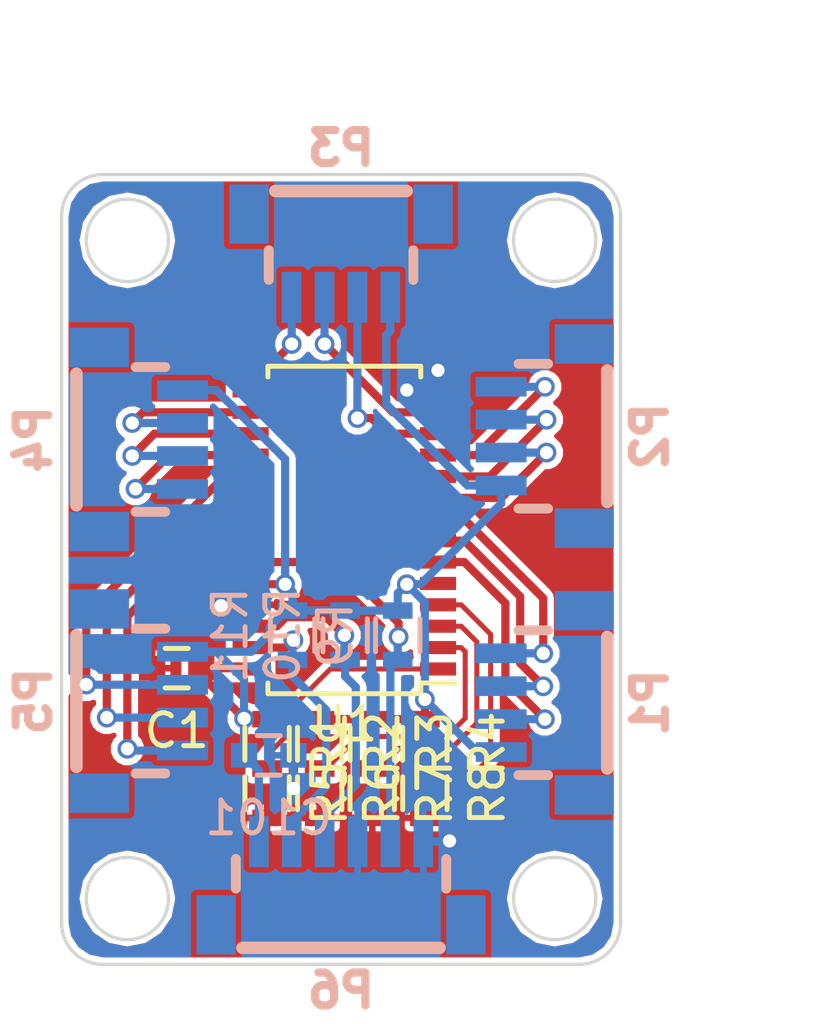
<source format=kicad_pcb>
(kicad_pcb (version 4) (host pcbnew 0.201503291001+5547~22~ubuntu14.04.1-product)

  (general
    (links 55)
    (no_connects 0)
    (area 189.949999 60.949999 207.050001 85.050001)
    (thickness 1.6)
    (drawings 14)
    (tracks 209)
    (zones 0)
    (modules 20)
    (nets 25)
  )

  (page A4)
  (layers
    (0 F.Cu signal)
    (31 B.Cu signal)
    (32 B.Adhes user)
    (33 F.Adhes user)
    (34 B.Paste user hide)
    (35 F.Paste user hide)
    (36 B.SilkS user)
    (37 F.SilkS user hide)
    (38 B.Mask user)
    (39 F.Mask user hide)
    (40 Dwgs.User user)
    (41 Cmts.User user)
    (42 Eco1.User user)
    (43 Eco2.User user)
    (44 Edge.Cuts user)
    (45 Margin user)
    (46 B.CrtYd user)
    (47 F.CrtYd user)
    (48 B.Fab user)
    (49 F.Fab user)
  )

  (setup
    (last_trace_width 0.25)
    (trace_clearance 0.2)
    (zone_clearance 0.16)
    (zone_45_only no)
    (trace_min 0.154)
    (segment_width 0.2)
    (edge_width 0.1)
    (via_size 0.6)
    (via_drill 0.4)
    (via_min_size 0.4)
    (via_min_drill 0.3)
    (uvia_size 0.3)
    (uvia_drill 0.1)
    (uvias_allowed no)
    (uvia_min_size 0.2)
    (uvia_min_drill 0.1)
    (pcb_text_width 0.3)
    (pcb_text_size 1.5 1.5)
    (mod_edge_width 0.15)
    (mod_text_size 1 1)
    (mod_text_width 0.15)
    (pad_size 1.5 1.5)
    (pad_drill 0.6)
    (pad_to_mask_clearance 0)
    (aux_axis_origin 0 0)
    (visible_elements FFFCFF7F)
    (pcbplotparams
      (layerselection 0x00030_80000001)
      (usegerberextensions false)
      (excludeedgelayer true)
      (linewidth 0.100000)
      (plotframeref false)
      (viasonmask false)
      (mode 1)
      (useauxorigin false)
      (hpglpennumber 1)
      (hpglpenspeed 20)
      (hpglpendiameter 15)
      (hpglpenoverlay 2)
      (psnegative false)
      (psa4output false)
      (plotreference true)
      (plotvalue true)
      (plotinvisibletext false)
      (padsonsilk false)
      (subtractmaskfromsilk false)
      (outputformat 1)
      (mirror false)
      (drillshape 1)
      (scaleselection 1)
      (outputdirectory ""))
  )

  (net 0 "")
  (net 1 VPP)
  (net 2 GND)
  (net 3 "Net-(P1-Pad2)")
  (net 4 "Net-(P1-Pad3)")
  (net 5 "Net-(P1-Pad4)")
  (net 6 "Net-(P2-Pad2)")
  (net 7 "Net-(P2-Pad3)")
  (net 8 "Net-(P2-Pad4)")
  (net 9 "Net-(P3-Pad2)")
  (net 10 "Net-(P3-Pad3)")
  (net 11 "Net-(P3-Pad4)")
  (net 12 "Net-(P4-Pad2)")
  (net 13 "Net-(P4-Pad3)")
  (net 14 "Net-(P4-Pad4)")
  (net 15 "Net-(P5-Pad2)")
  (net 16 "Net-(P5-Pad3)")
  (net 17 "Net-(P5-Pad4)")
  (net 18 /SDA)
  (net 19 /SCL)
  (net 20 /~OE)
  (net 21 /ID0)
  (net 22 /ID1)
  (net 23 /ID2)
  (net 24 /ID3)

  (net_class Default "This is the default net class."
    (clearance 0.2)
    (trace_width 0.154)
    (via_dia 0.6)
    (via_drill 0.4)
    (uvia_dia 0.3)
    (uvia_drill 0.1)
    (add_net /ID0)
    (add_net /ID1)
    (add_net /ID2)
    (add_net /ID3)
    (add_net /SCL)
    (add_net /SDA)
    (add_net /~OE)
    (add_net GND)
    (add_net "Net-(P1-Pad2)")
    (add_net "Net-(P1-Pad3)")
    (add_net "Net-(P1-Pad4)")
    (add_net "Net-(P2-Pad2)")
    (add_net "Net-(P2-Pad3)")
    (add_net "Net-(P2-Pad4)")
    (add_net "Net-(P3-Pad2)")
    (add_net "Net-(P3-Pad3)")
    (add_net "Net-(P3-Pad4)")
    (add_net "Net-(P4-Pad2)")
    (add_net "Net-(P4-Pad3)")
    (add_net "Net-(P4-Pad4)")
    (add_net "Net-(P5-Pad2)")
    (add_net "Net-(P5-Pad3)")
    (add_net "Net-(P5-Pad4)")
    (add_net VPP)
  )

  (module Capacitors_SMD:C_0603 (layer F.Cu) (tedit 5415D631) (tstamp 55186528)
    (at 193.5 76 180)
    (descr "Capacitor SMD 0603, reflow soldering, AVX (see smccp.pdf)")
    (tags "capacitor 0603")
    (path /54B2B528)
    (attr smd)
    (fp_text reference C1 (at 0 -1.9 180) (layer F.SilkS)
      (effects (font (size 1 1) (thickness 0.15)))
    )
    (fp_text value C (at 0 1.9 180) (layer F.Fab)
      (effects (font (size 1 1) (thickness 0.15)))
    )
    (fp_line (start -1.45 -0.75) (end 1.45 -0.75) (layer F.CrtYd) (width 0.05))
    (fp_line (start -1.45 0.75) (end 1.45 0.75) (layer F.CrtYd) (width 0.05))
    (fp_line (start -1.45 -0.75) (end -1.45 0.75) (layer F.CrtYd) (width 0.05))
    (fp_line (start 1.45 -0.75) (end 1.45 0.75) (layer F.CrtYd) (width 0.05))
    (fp_line (start -0.35 -0.6) (end 0.35 -0.6) (layer F.SilkS) (width 0.15))
    (fp_line (start 0.35 0.6) (end -0.35 0.6) (layer F.SilkS) (width 0.15))
    (pad 1 smd rect (at -0.75 0 180) (size 0.8 0.75) (layers F.Cu F.Paste F.Mask)
      (net 1 VPP))
    (pad 2 smd rect (at 0.75 0 180) (size 0.8 0.75) (layers F.Cu F.Paste F.Mask)
      (net 2 GND))
    (model Capacitors_SMD.3dshapes/C_0603.wrl
      (at (xyz 0 0 0))
      (scale (xyz 1 1 1))
      (rotate (xyz 0 0 0))
    )
  )

  (module JST-SH:JST-BM-04B-SRSS-TB (layer B.Cu) (tedit 53C7D55E) (tstamp 55186535)
    (at 204.9 77.05 90)
    (path /54E65A97)
    (fp_text reference P1 (at 0 2.99974 90) (layer B.SilkS)
      (effects (font (size 1.00076 1.00076) (thickness 0.25146)) (justify mirror))
    )
    (fp_text value CONN_01X04 (at 0 0.29972 90) (layer B.SilkS) hide
      (effects (font (size 0.50038 0.50038) (thickness 0.12446)) (justify mirror))
    )
    (fp_line (start -1.99898 1.69926) (end 1.99898 1.69926) (layer B.SilkS) (width 0.381))
    (fp_line (start -2.19964 -1.0033) (end -2.19964 -0.1016) (layer B.SilkS) (width 0.29972))
    (fp_line (start 2.19964 -1.00076) (end 2.19964 -0.09906) (layer B.SilkS) (width 0.29972))
    (pad 2 smd rect (at -0.49784 -1.52908 90) (size 0.59944 1.5494) (layers B.Cu B.Paste B.Mask)
      (net 3 "Net-(P1-Pad2)") (solder_mask_margin 0.09906) (solder_paste_margin -0.09906) (clearance 0.09906))
    (pad 3 smd rect (at 0.50292 -1.52908 90) (size 0.59944 1.5494) (layers B.Cu B.Paste B.Mask)
      (net 4 "Net-(P1-Pad3)") (solder_mask_margin 0.09906) (solder_paste_margin -0.09906) (clearance 0.09906))
    (pad 1 smd rect (at -1.4986 -1.52908 90) (size 0.59944 1.5494) (layers B.Cu B.Paste B.Mask)
      (net 1 VPP) (solder_mask_margin 0.09906) (solder_paste_margin -0.09906) (clearance 0.09906))
    (pad M1 smd rect (at -2.79908 1.00076 90) (size 1.19888 1.80086) (layers B.Cu B.Paste B.Mask)
      (solder_mask_margin 0.09906) (solder_paste_margin -0.09906) (clearance 0.09906))
    (pad M2 smd rect (at 2.79908 1.00076 90) (size 1.19888 1.80086) (layers B.Cu B.Paste B.Mask)
      (solder_mask_margin 0.09906) (solder_paste_margin -0.09906) (clearance 0.09906))
    (pad 4 smd rect (at 1.50368 -1.52908 90) (size 0.59944 1.5494) (layers B.Cu B.Paste B.Mask)
      (net 5 "Net-(P1-Pad4)") (solder_mask_margin 0.09906) (solder_paste_margin -0.09906) (clearance 0.09906))
  )

  (module JST-SH:JST-BM-04B-SRSS-TB (layer B.Cu) (tedit 53C7D55E) (tstamp 55186542)
    (at 204.9 68.95 90)
    (path /54E66603)
    (fp_text reference P2 (at 0 2.99974 90) (layer B.SilkS)
      (effects (font (size 1.00076 1.00076) (thickness 0.25146)) (justify mirror))
    )
    (fp_text value CONN_01X04 (at 0 0.29972 90) (layer B.SilkS) hide
      (effects (font (size 0.50038 0.50038) (thickness 0.12446)) (justify mirror))
    )
    (fp_line (start -1.99898 1.69926) (end 1.99898 1.69926) (layer B.SilkS) (width 0.381))
    (fp_line (start -2.19964 -1.0033) (end -2.19964 -0.1016) (layer B.SilkS) (width 0.29972))
    (fp_line (start 2.19964 -1.00076) (end 2.19964 -0.09906) (layer B.SilkS) (width 0.29972))
    (pad 2 smd rect (at -0.49784 -1.52908 90) (size 0.59944 1.5494) (layers B.Cu B.Paste B.Mask)
      (net 6 "Net-(P2-Pad2)") (solder_mask_margin 0.09906) (solder_paste_margin -0.09906) (clearance 0.09906))
    (pad 3 smd rect (at 0.50292 -1.52908 90) (size 0.59944 1.5494) (layers B.Cu B.Paste B.Mask)
      (net 7 "Net-(P2-Pad3)") (solder_mask_margin 0.09906) (solder_paste_margin -0.09906) (clearance 0.09906))
    (pad 1 smd rect (at -1.4986 -1.52908 90) (size 0.59944 1.5494) (layers B.Cu B.Paste B.Mask)
      (net 1 VPP) (solder_mask_margin 0.09906) (solder_paste_margin -0.09906) (clearance 0.09906))
    (pad M1 smd rect (at -2.79908 1.00076 90) (size 1.19888 1.80086) (layers B.Cu B.Paste B.Mask)
      (solder_mask_margin 0.09906) (solder_paste_margin -0.09906) (clearance 0.09906))
    (pad M2 smd rect (at 2.79908 1.00076 90) (size 1.19888 1.80086) (layers B.Cu B.Paste B.Mask)
      (solder_mask_margin 0.09906) (solder_paste_margin -0.09906) (clearance 0.09906))
    (pad 4 smd rect (at 1.50368 -1.52908 90) (size 0.59944 1.5494) (layers B.Cu B.Paste B.Mask)
      (net 8 "Net-(P2-Pad4)") (solder_mask_margin 0.09906) (solder_paste_margin -0.09906) (clearance 0.09906))
  )

  (module JST-SH:JST-BM-04B-SRSS-TB (layer B.Cu) (tedit 53C7D55E) (tstamp 5518654F)
    (at 198.5 63.2 180)
    (path /54E664CC)
    (fp_text reference P3 (at 0 2.99974 180) (layer B.SilkS)
      (effects (font (size 1.00076 1.00076) (thickness 0.25146)) (justify mirror))
    )
    (fp_text value CONN_01X04 (at 0 0.29972 180) (layer B.SilkS) hide
      (effects (font (size 0.50038 0.50038) (thickness 0.12446)) (justify mirror))
    )
    (fp_line (start -1.99898 1.69926) (end 1.99898 1.69926) (layer B.SilkS) (width 0.381))
    (fp_line (start -2.19964 -1.0033) (end -2.19964 -0.1016) (layer B.SilkS) (width 0.29972))
    (fp_line (start 2.19964 -1.00076) (end 2.19964 -0.09906) (layer B.SilkS) (width 0.29972))
    (pad 2 smd rect (at -0.49784 -1.52908 180) (size 0.59944 1.5494) (layers B.Cu B.Paste B.Mask)
      (net 9 "Net-(P3-Pad2)") (solder_mask_margin 0.09906) (solder_paste_margin -0.09906) (clearance 0.09906))
    (pad 3 smd rect (at 0.50292 -1.52908 180) (size 0.59944 1.5494) (layers B.Cu B.Paste B.Mask)
      (net 10 "Net-(P3-Pad3)") (solder_mask_margin 0.09906) (solder_paste_margin -0.09906) (clearance 0.09906))
    (pad 1 smd rect (at -1.4986 -1.52908 180) (size 0.59944 1.5494) (layers B.Cu B.Paste B.Mask)
      (net 1 VPP) (solder_mask_margin 0.09906) (solder_paste_margin -0.09906) (clearance 0.09906))
    (pad M1 smd rect (at -2.79908 1.00076 180) (size 1.19888 1.80086) (layers B.Cu B.Paste B.Mask)
      (solder_mask_margin 0.09906) (solder_paste_margin -0.09906) (clearance 0.09906))
    (pad M2 smd rect (at 2.79908 1.00076 180) (size 1.19888 1.80086) (layers B.Cu B.Paste B.Mask)
      (solder_mask_margin 0.09906) (solder_paste_margin -0.09906) (clearance 0.09906))
    (pad 4 smd rect (at 1.50368 -1.52908 180) (size 0.59944 1.5494) (layers B.Cu B.Paste B.Mask)
      (net 11 "Net-(P3-Pad4)") (solder_mask_margin 0.09906) (solder_paste_margin -0.09906) (clearance 0.09906))
  )

  (module JST-SH:JST-BM-04B-SRSS-TB (layer B.Cu) (tedit 53C7D55E) (tstamp 5518655C)
    (at 192.15 69.05 270)
    (path /54E6697B)
    (fp_text reference P4 (at 0 2.99974 270) (layer B.SilkS)
      (effects (font (size 1.00076 1.00076) (thickness 0.25146)) (justify mirror))
    )
    (fp_text value CONN_01X04 (at 0 0.29972 270) (layer B.SilkS) hide
      (effects (font (size 0.50038 0.50038) (thickness 0.12446)) (justify mirror))
    )
    (fp_line (start -1.99898 1.69926) (end 1.99898 1.69926) (layer B.SilkS) (width 0.381))
    (fp_line (start -2.19964 -1.0033) (end -2.19964 -0.1016) (layer B.SilkS) (width 0.29972))
    (fp_line (start 2.19964 -1.00076) (end 2.19964 -0.09906) (layer B.SilkS) (width 0.29972))
    (pad 2 smd rect (at -0.49784 -1.52908 270) (size 0.59944 1.5494) (layers B.Cu B.Paste B.Mask)
      (net 12 "Net-(P4-Pad2)") (solder_mask_margin 0.09906) (solder_paste_margin -0.09906) (clearance 0.09906))
    (pad 3 smd rect (at 0.50292 -1.52908 270) (size 0.59944 1.5494) (layers B.Cu B.Paste B.Mask)
      (net 13 "Net-(P4-Pad3)") (solder_mask_margin 0.09906) (solder_paste_margin -0.09906) (clearance 0.09906))
    (pad 1 smd rect (at -1.4986 -1.52908 270) (size 0.59944 1.5494) (layers B.Cu B.Paste B.Mask)
      (net 1 VPP) (solder_mask_margin 0.09906) (solder_paste_margin -0.09906) (clearance 0.09906))
    (pad M1 smd rect (at -2.79908 1.00076 270) (size 1.19888 1.80086) (layers B.Cu B.Paste B.Mask)
      (solder_mask_margin 0.09906) (solder_paste_margin -0.09906) (clearance 0.09906))
    (pad M2 smd rect (at 2.79908 1.00076 270) (size 1.19888 1.80086) (layers B.Cu B.Paste B.Mask)
      (solder_mask_margin 0.09906) (solder_paste_margin -0.09906) (clearance 0.09906))
    (pad 4 smd rect (at 1.50368 -1.52908 270) (size 0.59944 1.5494) (layers B.Cu B.Paste B.Mask)
      (net 14 "Net-(P4-Pad4)") (solder_mask_margin 0.09906) (solder_paste_margin -0.09906) (clearance 0.09906))
  )

  (module JST-SH:JST-BM-04B-SRSS-TB (layer B.Cu) (tedit 53C7D55E) (tstamp 55186569)
    (at 192.15 77 270)
    (path /54E669A8)
    (fp_text reference P5 (at 0 2.99974 270) (layer B.SilkS)
      (effects (font (size 1.00076 1.00076) (thickness 0.25146)) (justify mirror))
    )
    (fp_text value CONN_01X04 (at 0 0.29972 270) (layer B.SilkS) hide
      (effects (font (size 0.50038 0.50038) (thickness 0.12446)) (justify mirror))
    )
    (fp_line (start -1.99898 1.69926) (end 1.99898 1.69926) (layer B.SilkS) (width 0.381))
    (fp_line (start -2.19964 -1.0033) (end -2.19964 -0.1016) (layer B.SilkS) (width 0.29972))
    (fp_line (start 2.19964 -1.00076) (end 2.19964 -0.09906) (layer B.SilkS) (width 0.29972))
    (pad 2 smd rect (at -0.49784 -1.52908 270) (size 0.59944 1.5494) (layers B.Cu B.Paste B.Mask)
      (net 15 "Net-(P5-Pad2)") (solder_mask_margin 0.09906) (solder_paste_margin -0.09906) (clearance 0.09906))
    (pad 3 smd rect (at 0.50292 -1.52908 270) (size 0.59944 1.5494) (layers B.Cu B.Paste B.Mask)
      (net 16 "Net-(P5-Pad3)") (solder_mask_margin 0.09906) (solder_paste_margin -0.09906) (clearance 0.09906))
    (pad 1 smd rect (at -1.4986 -1.52908 270) (size 0.59944 1.5494) (layers B.Cu B.Paste B.Mask)
      (net 1 VPP) (solder_mask_margin 0.09906) (solder_paste_margin -0.09906) (clearance 0.09906))
    (pad M1 smd rect (at -2.79908 1.00076 270) (size 1.19888 1.80086) (layers B.Cu B.Paste B.Mask)
      (solder_mask_margin 0.09906) (solder_paste_margin -0.09906) (clearance 0.09906))
    (pad M2 smd rect (at 2.79908 1.00076 270) (size 1.19888 1.80086) (layers B.Cu B.Paste B.Mask)
      (solder_mask_margin 0.09906) (solder_paste_margin -0.09906) (clearance 0.09906))
    (pad 4 smd rect (at 1.50368 -1.52908 270) (size 0.59944 1.5494) (layers B.Cu B.Paste B.Mask)
      (net 17 "Net-(P5-Pad4)") (solder_mask_margin 0.09906) (solder_paste_margin -0.09906) (clearance 0.09906))
  )

  (module JST-SH:JST-BM-06B-SRSS-TB (layer B.Cu) (tedit 53C7D4A4) (tstamp 55186578)
    (at 198.5 82.8)
    (path /5518737A)
    (fp_text reference P6 (at 0 2.99974) (layer B.SilkS)
      (effects (font (size 1.00076 1.00076) (thickness 0.25146)) (justify mirror))
    )
    (fp_text value CONN_01X06 (at 0 0.29972) (layer B.SilkS) hide
      (effects (font (size 0.50038 0.50038) (thickness 0.12446)) (justify mirror))
    )
    (fp_line (start -2.99974 1.69926) (end 2.99974 1.69926) (layer B.SilkS) (width 0.381))
    (fp_line (start -3.2004 -1.0033) (end -3.2004 -0.1016) (layer B.SilkS) (width 0.29972))
    (fp_line (start 3.2004 -1.00076) (end 3.2004 -0.09906) (layer B.SilkS) (width 0.29972))
    (pad 2 smd rect (at -1.4986 -1.52908) (size 0.59944 1.5494) (layers B.Cu B.Paste B.Mask)
      (net 18 /SDA) (solder_mask_margin 0.09906) (solder_paste_margin -0.09906) (clearance 0.09906))
    (pad 3 smd rect (at -0.49784 -1.52908) (size 0.59944 1.5494) (layers B.Cu B.Paste B.Mask)
      (net 19 /SCL) (solder_mask_margin 0.09906) (solder_paste_margin -0.09906) (clearance 0.09906))
    (pad 1 smd rect (at -2.49936 -1.52908) (size 0.59944 1.5494) (layers B.Cu B.Paste B.Mask)
      (net 1 VPP) (solder_mask_margin 0.09906) (solder_paste_margin -0.09906) (clearance 0.09906))
    (pad M1 smd rect (at -3.79984 1.00076) (size 1.19888 1.80086) (layers B.Cu B.Paste B.Mask)
      (solder_mask_margin 0.09906) (solder_paste_margin -0.09906) (clearance 0.09906))
    (pad M2 smd rect (at 3.79984 1.00076) (size 1.19888 1.80086) (layers B.Cu B.Paste B.Mask)
      (solder_mask_margin 0.09906) (solder_paste_margin -0.09906) (clearance 0.09906))
    (pad 4 smd rect (at 0.50292 -1.52908) (size 0.59944 1.5494) (layers B.Cu B.Paste B.Mask)
      (net 2 GND) (solder_mask_margin 0.09906) (solder_paste_margin -0.09906) (clearance 0.09906))
    (pad 5 smd rect (at 1.50114 -1.52908) (size 0.59944 1.5494) (layers B.Cu B.Paste B.Mask)
      (net 20 /~OE) (solder_mask_margin 0.09906) (solder_paste_margin -0.09906) (clearance 0.09906))
    (pad 6 smd rect (at 2.5019 -1.52908) (size 0.59944 1.5494) (layers B.Cu B.Paste B.Mask)
      (net 2 GND) (solder_mask_margin 0.09906) (solder_paste_margin -0.09906) (clearance 0.09906))
  )

  (module Resistors_SMD:R_0603 (layer F.Cu) (tedit 5415CC62) (tstamp 55186584)
    (at 196.25 78.3 270)
    (descr "Resistor SMD 0603, reflow soldering, Vishay (see dcrcw.pdf)")
    (tags "resistor 0603")
    (path /55183FC2)
    (attr smd)
    (fp_text reference R1 (at 0 -1.9 270) (layer F.SilkS)
      (effects (font (size 1 1) (thickness 0.15)))
    )
    (fp_text value 0R (at 0 1.9 270) (layer F.Fab)
      (effects (font (size 1 1) (thickness 0.15)))
    )
    (fp_line (start -1.3 -0.8) (end 1.3 -0.8) (layer F.CrtYd) (width 0.05))
    (fp_line (start -1.3 0.8) (end 1.3 0.8) (layer F.CrtYd) (width 0.05))
    (fp_line (start -1.3 -0.8) (end -1.3 0.8) (layer F.CrtYd) (width 0.05))
    (fp_line (start 1.3 -0.8) (end 1.3 0.8) (layer F.CrtYd) (width 0.05))
    (fp_line (start 0.5 0.675) (end -0.5 0.675) (layer F.SilkS) (width 0.15))
    (fp_line (start -0.5 -0.675) (end 0.5 -0.675) (layer F.SilkS) (width 0.15))
    (pad 1 smd rect (at -0.75 0 270) (size 0.5 0.9) (layers F.Cu F.Paste F.Mask)
      (net 1 VPP))
    (pad 2 smd rect (at 0.75 0 270) (size 0.5 0.9) (layers F.Cu F.Paste F.Mask)
      (net 21 /ID0))
    (model Resistors_SMD.3dshapes/R_0603.wrl
      (at (xyz 0 0 0))
      (scale (xyz 1 1 1))
      (rotate (xyz 0 0 0))
    )
  )

  (module Resistors_SMD:R_0603 (layer F.Cu) (tedit 5415CC62) (tstamp 55186590)
    (at 197.85 78.3 270)
    (descr "Resistor SMD 0603, reflow soldering, Vishay (see dcrcw.pdf)")
    (tags "resistor 0603")
    (path /55184271)
    (attr smd)
    (fp_text reference R2 (at 0 -1.9 270) (layer F.SilkS)
      (effects (font (size 1 1) (thickness 0.15)))
    )
    (fp_text value 0R (at 0 1.9 270) (layer F.Fab)
      (effects (font (size 1 1) (thickness 0.15)))
    )
    (fp_line (start -1.3 -0.8) (end 1.3 -0.8) (layer F.CrtYd) (width 0.05))
    (fp_line (start -1.3 0.8) (end 1.3 0.8) (layer F.CrtYd) (width 0.05))
    (fp_line (start -1.3 -0.8) (end -1.3 0.8) (layer F.CrtYd) (width 0.05))
    (fp_line (start 1.3 -0.8) (end 1.3 0.8) (layer F.CrtYd) (width 0.05))
    (fp_line (start 0.5 0.675) (end -0.5 0.675) (layer F.SilkS) (width 0.15))
    (fp_line (start -0.5 -0.675) (end 0.5 -0.675) (layer F.SilkS) (width 0.15))
    (pad 1 smd rect (at -0.75 0 270) (size 0.5 0.9) (layers F.Cu F.Paste F.Mask)
      (net 1 VPP))
    (pad 2 smd rect (at 0.75 0 270) (size 0.5 0.9) (layers F.Cu F.Paste F.Mask)
      (net 22 /ID1))
    (model Resistors_SMD.3dshapes/R_0603.wrl
      (at (xyz 0 0 0))
      (scale (xyz 1 1 1))
      (rotate (xyz 0 0 0))
    )
  )

  (module Resistors_SMD:R_0603 (layer F.Cu) (tedit 5415CC62) (tstamp 5518659C)
    (at 199.45 78.3 270)
    (descr "Resistor SMD 0603, reflow soldering, Vishay (see dcrcw.pdf)")
    (tags "resistor 0603")
    (path /551842B3)
    (attr smd)
    (fp_text reference R3 (at 0 -1.9 270) (layer F.SilkS)
      (effects (font (size 1 1) (thickness 0.15)))
    )
    (fp_text value 0R (at 0 1.9 270) (layer F.Fab)
      (effects (font (size 1 1) (thickness 0.15)))
    )
    (fp_line (start -1.3 -0.8) (end 1.3 -0.8) (layer F.CrtYd) (width 0.05))
    (fp_line (start -1.3 0.8) (end 1.3 0.8) (layer F.CrtYd) (width 0.05))
    (fp_line (start -1.3 -0.8) (end -1.3 0.8) (layer F.CrtYd) (width 0.05))
    (fp_line (start 1.3 -0.8) (end 1.3 0.8) (layer F.CrtYd) (width 0.05))
    (fp_line (start 0.5 0.675) (end -0.5 0.675) (layer F.SilkS) (width 0.15))
    (fp_line (start -0.5 -0.675) (end 0.5 -0.675) (layer F.SilkS) (width 0.15))
    (pad 1 smd rect (at -0.75 0 270) (size 0.5 0.9) (layers F.Cu F.Paste F.Mask)
      (net 1 VPP))
    (pad 2 smd rect (at 0.75 0 270) (size 0.5 0.9) (layers F.Cu F.Paste F.Mask)
      (net 23 /ID2))
    (model Resistors_SMD.3dshapes/R_0603.wrl
      (at (xyz 0 0 0))
      (scale (xyz 1 1 1))
      (rotate (xyz 0 0 0))
    )
  )

  (module Resistors_SMD:R_0603 (layer F.Cu) (tedit 5415CC62) (tstamp 551865A8)
    (at 201.05 78.3 270)
    (descr "Resistor SMD 0603, reflow soldering, Vishay (see dcrcw.pdf)")
    (tags "resistor 0603")
    (path /551842E1)
    (attr smd)
    (fp_text reference R4 (at 0 -1.9 270) (layer F.SilkS)
      (effects (font (size 1 1) (thickness 0.15)))
    )
    (fp_text value 0R (at 0 1.9 270) (layer F.Fab)
      (effects (font (size 1 1) (thickness 0.15)))
    )
    (fp_line (start -1.3 -0.8) (end 1.3 -0.8) (layer F.CrtYd) (width 0.05))
    (fp_line (start -1.3 0.8) (end 1.3 0.8) (layer F.CrtYd) (width 0.05))
    (fp_line (start -1.3 -0.8) (end -1.3 0.8) (layer F.CrtYd) (width 0.05))
    (fp_line (start 1.3 -0.8) (end 1.3 0.8) (layer F.CrtYd) (width 0.05))
    (fp_line (start 0.5 0.675) (end -0.5 0.675) (layer F.SilkS) (width 0.15))
    (fp_line (start -0.5 -0.675) (end 0.5 -0.675) (layer F.SilkS) (width 0.15))
    (pad 1 smd rect (at -0.75 0 270) (size 0.5 0.9) (layers F.Cu F.Paste F.Mask)
      (net 1 VPP))
    (pad 2 smd rect (at 0.75 0 270) (size 0.5 0.9) (layers F.Cu F.Paste F.Mask)
      (net 24 /ID3))
    (model Resistors_SMD.3dshapes/R_0603.wrl
      (at (xyz 0 0 0))
      (scale (xyz 1 1 1))
      (rotate (xyz 0 0 0))
    )
  )

  (module Resistors_SMD:R_0603 (layer F.Cu) (tedit 5415CC62) (tstamp 551865B4)
    (at 196.25 79.8 270)
    (descr "Resistor SMD 0603, reflow soldering, Vishay (see dcrcw.pdf)")
    (tags "resistor 0603")
    (path /55184443)
    (attr smd)
    (fp_text reference R5 (at 0 -1.9 270) (layer F.SilkS)
      (effects (font (size 1 1) (thickness 0.15)))
    )
    (fp_text value 0R (at 0 1.9 270) (layer F.Fab)
      (effects (font (size 1 1) (thickness 0.15)))
    )
    (fp_line (start -1.3 -0.8) (end 1.3 -0.8) (layer F.CrtYd) (width 0.05))
    (fp_line (start -1.3 0.8) (end 1.3 0.8) (layer F.CrtYd) (width 0.05))
    (fp_line (start -1.3 -0.8) (end -1.3 0.8) (layer F.CrtYd) (width 0.05))
    (fp_line (start 1.3 -0.8) (end 1.3 0.8) (layer F.CrtYd) (width 0.05))
    (fp_line (start 0.5 0.675) (end -0.5 0.675) (layer F.SilkS) (width 0.15))
    (fp_line (start -0.5 -0.675) (end 0.5 -0.675) (layer F.SilkS) (width 0.15))
    (pad 1 smd rect (at -0.75 0 270) (size 0.5 0.9) (layers F.Cu F.Paste F.Mask)
      (net 21 /ID0))
    (pad 2 smd rect (at 0.75 0 270) (size 0.5 0.9) (layers F.Cu F.Paste F.Mask)
      (net 2 GND))
    (model Resistors_SMD.3dshapes/R_0603.wrl
      (at (xyz 0 0 0))
      (scale (xyz 1 1 1))
      (rotate (xyz 0 0 0))
    )
  )

  (module Resistors_SMD:R_0603 (layer F.Cu) (tedit 5415CC62) (tstamp 551865C0)
    (at 197.85 79.8 270)
    (descr "Resistor SMD 0603, reflow soldering, Vishay (see dcrcw.pdf)")
    (tags "resistor 0603")
    (path /55184449)
    (attr smd)
    (fp_text reference R6 (at 0 -1.9 270) (layer F.SilkS)
      (effects (font (size 1 1) (thickness 0.15)))
    )
    (fp_text value 0R (at 0 1.9 270) (layer F.Fab)
      (effects (font (size 1 1) (thickness 0.15)))
    )
    (fp_line (start -1.3 -0.8) (end 1.3 -0.8) (layer F.CrtYd) (width 0.05))
    (fp_line (start -1.3 0.8) (end 1.3 0.8) (layer F.CrtYd) (width 0.05))
    (fp_line (start -1.3 -0.8) (end -1.3 0.8) (layer F.CrtYd) (width 0.05))
    (fp_line (start 1.3 -0.8) (end 1.3 0.8) (layer F.CrtYd) (width 0.05))
    (fp_line (start 0.5 0.675) (end -0.5 0.675) (layer F.SilkS) (width 0.15))
    (fp_line (start -0.5 -0.675) (end 0.5 -0.675) (layer F.SilkS) (width 0.15))
    (pad 1 smd rect (at -0.75 0 270) (size 0.5 0.9) (layers F.Cu F.Paste F.Mask)
      (net 22 /ID1))
    (pad 2 smd rect (at 0.75 0 270) (size 0.5 0.9) (layers F.Cu F.Paste F.Mask)
      (net 2 GND))
    (model Resistors_SMD.3dshapes/R_0603.wrl
      (at (xyz 0 0 0))
      (scale (xyz 1 1 1))
      (rotate (xyz 0 0 0))
    )
  )

  (module Resistors_SMD:R_0603 (layer F.Cu) (tedit 5415CC62) (tstamp 551865CC)
    (at 199.45 79.8 270)
    (descr "Resistor SMD 0603, reflow soldering, Vishay (see dcrcw.pdf)")
    (tags "resistor 0603")
    (path /5518444F)
    (attr smd)
    (fp_text reference R7 (at 0 -1.9 270) (layer F.SilkS)
      (effects (font (size 1 1) (thickness 0.15)))
    )
    (fp_text value 0R (at 0 1.9 270) (layer F.Fab)
      (effects (font (size 1 1) (thickness 0.15)))
    )
    (fp_line (start -1.3 -0.8) (end 1.3 -0.8) (layer F.CrtYd) (width 0.05))
    (fp_line (start -1.3 0.8) (end 1.3 0.8) (layer F.CrtYd) (width 0.05))
    (fp_line (start -1.3 -0.8) (end -1.3 0.8) (layer F.CrtYd) (width 0.05))
    (fp_line (start 1.3 -0.8) (end 1.3 0.8) (layer F.CrtYd) (width 0.05))
    (fp_line (start 0.5 0.675) (end -0.5 0.675) (layer F.SilkS) (width 0.15))
    (fp_line (start -0.5 -0.675) (end 0.5 -0.675) (layer F.SilkS) (width 0.15))
    (pad 1 smd rect (at -0.75 0 270) (size 0.5 0.9) (layers F.Cu F.Paste F.Mask)
      (net 23 /ID2))
    (pad 2 smd rect (at 0.75 0 270) (size 0.5 0.9) (layers F.Cu F.Paste F.Mask)
      (net 2 GND))
    (model Resistors_SMD.3dshapes/R_0603.wrl
      (at (xyz 0 0 0))
      (scale (xyz 1 1 1))
      (rotate (xyz 0 0 0))
    )
  )

  (module Resistors_SMD:R_0603 (layer F.Cu) (tedit 5415CC62) (tstamp 551865D8)
    (at 201.05 79.8 270)
    (descr "Resistor SMD 0603, reflow soldering, Vishay (see dcrcw.pdf)")
    (tags "resistor 0603")
    (path /55184455)
    (attr smd)
    (fp_text reference R8 (at 0 -1.9 270) (layer F.SilkS)
      (effects (font (size 1 1) (thickness 0.15)))
    )
    (fp_text value 0R (at 0 1.9 270) (layer F.Fab)
      (effects (font (size 1 1) (thickness 0.15)))
    )
    (fp_line (start -1.3 -0.8) (end 1.3 -0.8) (layer F.CrtYd) (width 0.05))
    (fp_line (start -1.3 0.8) (end 1.3 0.8) (layer F.CrtYd) (width 0.05))
    (fp_line (start -1.3 -0.8) (end -1.3 0.8) (layer F.CrtYd) (width 0.05))
    (fp_line (start 1.3 -0.8) (end 1.3 0.8) (layer F.CrtYd) (width 0.05))
    (fp_line (start 0.5 0.675) (end -0.5 0.675) (layer F.SilkS) (width 0.15))
    (fp_line (start -0.5 -0.675) (end 0.5 -0.675) (layer F.SilkS) (width 0.15))
    (pad 1 smd rect (at -0.75 0 270) (size 0.5 0.9) (layers F.Cu F.Paste F.Mask)
      (net 24 /ID3))
    (pad 2 smd rect (at 0.75 0 270) (size 0.5 0.9) (layers F.Cu F.Paste F.Mask)
      (net 2 GND))
    (model Resistors_SMD.3dshapes/R_0603.wrl
      (at (xyz 0 0 0))
      (scale (xyz 1 1 1))
      (rotate (xyz 0 0 0))
    )
  )

  (module Resistors_SMD:R_0603 (layer B.Cu) (tedit 5415CC62) (tstamp 551865E4)
    (at 200.225 75 270)
    (descr "Resistor SMD 0603, reflow soldering, Vishay (see dcrcw.pdf)")
    (tags "resistor 0603")
    (path /54B2B708)
    (attr smd)
    (fp_text reference R9 (at 0 1.9 270) (layer B.SilkS)
      (effects (font (size 1 1) (thickness 0.15)) (justify mirror))
    )
    (fp_text value 10k (at 0 -1.9 270) (layer B.Fab)
      (effects (font (size 1 1) (thickness 0.15)) (justify mirror))
    )
    (fp_line (start -1.3 0.8) (end 1.3 0.8) (layer B.CrtYd) (width 0.05))
    (fp_line (start -1.3 -0.8) (end 1.3 -0.8) (layer B.CrtYd) (width 0.05))
    (fp_line (start -1.3 0.8) (end -1.3 -0.8) (layer B.CrtYd) (width 0.05))
    (fp_line (start 1.3 0.8) (end 1.3 -0.8) (layer B.CrtYd) (width 0.05))
    (fp_line (start 0.5 -0.675) (end -0.5 -0.675) (layer B.SilkS) (width 0.15))
    (fp_line (start -0.5 0.675) (end 0.5 0.675) (layer B.SilkS) (width 0.15))
    (pad 1 smd rect (at -0.75 0 270) (size 0.5 0.9) (layers B.Cu B.Paste B.Mask)
      (net 1 VPP))
    (pad 2 smd rect (at 0.75 0 270) (size 0.5 0.9) (layers B.Cu B.Paste B.Mask)
      (net 20 /~OE))
    (model Resistors_SMD.3dshapes/R_0603.wrl
      (at (xyz 0 0 0))
      (scale (xyz 1 1 1))
      (rotate (xyz 0 0 0))
    )
  )

  (module Resistors_SMD:R_0603 (layer B.Cu) (tedit 5415CC62) (tstamp 551865F0)
    (at 198.625 75 270)
    (descr "Resistor SMD 0603, reflow soldering, Vishay (see dcrcw.pdf)")
    (tags "resistor 0603")
    (path /551881F6)
    (attr smd)
    (fp_text reference R10 (at 0 1.9 270) (layer B.SilkS)
      (effects (font (size 1 1) (thickness 0.15)) (justify mirror))
    )
    (fp_text value 10k (at 0 -1.9 270) (layer B.Fab)
      (effects (font (size 1 1) (thickness 0.15)) (justify mirror))
    )
    (fp_line (start -1.3 0.8) (end 1.3 0.8) (layer B.CrtYd) (width 0.05))
    (fp_line (start -1.3 -0.8) (end 1.3 -0.8) (layer B.CrtYd) (width 0.05))
    (fp_line (start -1.3 0.8) (end -1.3 -0.8) (layer B.CrtYd) (width 0.05))
    (fp_line (start 1.3 0.8) (end 1.3 -0.8) (layer B.CrtYd) (width 0.05))
    (fp_line (start 0.5 -0.675) (end -0.5 -0.675) (layer B.SilkS) (width 0.15))
    (fp_line (start -0.5 0.675) (end 0.5 0.675) (layer B.SilkS) (width 0.15))
    (pad 1 smd rect (at -0.75 0 270) (size 0.5 0.9) (layers B.Cu B.Paste B.Mask)
      (net 1 VPP))
    (pad 2 smd rect (at 0.75 0 270) (size 0.5 0.9) (layers B.Cu B.Paste B.Mask)
      (net 19 /SCL))
    (model Resistors_SMD.3dshapes/R_0603.wrl
      (at (xyz 0 0 0))
      (scale (xyz 1 1 1))
      (rotate (xyz 0 0 0))
    )
  )

  (module Resistors_SMD:R_0603 (layer B.Cu) (tedit 5415CC62) (tstamp 551865FC)
    (at 197.025 75 270)
    (descr "Resistor SMD 0603, reflow soldering, Vishay (see dcrcw.pdf)")
    (tags "resistor 0603")
    (path /55188272)
    (attr smd)
    (fp_text reference R11 (at 0 1.9 270) (layer B.SilkS)
      (effects (font (size 1 1) (thickness 0.15)) (justify mirror))
    )
    (fp_text value 10k (at 0 -1.9 270) (layer B.Fab)
      (effects (font (size 1 1) (thickness 0.15)) (justify mirror))
    )
    (fp_line (start -1.3 0.8) (end 1.3 0.8) (layer B.CrtYd) (width 0.05))
    (fp_line (start -1.3 -0.8) (end 1.3 -0.8) (layer B.CrtYd) (width 0.05))
    (fp_line (start -1.3 0.8) (end -1.3 -0.8) (layer B.CrtYd) (width 0.05))
    (fp_line (start 1.3 0.8) (end 1.3 -0.8) (layer B.CrtYd) (width 0.05))
    (fp_line (start 0.5 -0.675) (end -0.5 -0.675) (layer B.SilkS) (width 0.15))
    (fp_line (start -0.5 0.675) (end 0.5 0.675) (layer B.SilkS) (width 0.15))
    (pad 1 smd rect (at -0.75 0 270) (size 0.5 0.9) (layers B.Cu B.Paste B.Mask)
      (net 1 VPP))
    (pad 2 smd rect (at 0.75 0 270) (size 0.5 0.9) (layers B.Cu B.Paste B.Mask)
      (net 18 /SDA))
    (model Resistors_SMD.3dshapes/R_0603.wrl
      (at (xyz 0 0 0))
      (scale (xyz 1 1 1))
      (rotate (xyz 0 0 0))
    )
  )

  (module Housings_SSOP:TSSOP-28_4.4x9.7mm_Pitch0.65mm (layer F.Cu) (tedit 54130A77) (tstamp 551867FC)
    (at 198.6 71.8 180)
    (descr "TSSOP28: plastic thin shrink small outline package; 28 leads; body width 4.4 mm; (see NXP SSOP-TSSOP-VSO-REFLOW.pdf and sot361-1_po.pdf)")
    (tags "SSOP 0.65")
    (path /551874A3)
    (attr smd)
    (fp_text reference U1 (at 0 -5.9 180) (layer F.SilkS)
      (effects (font (size 1 1) (thickness 0.15)))
    )
    (fp_text value PCA9685 (at 0 5.9 180) (layer F.Fab)
      (effects (font (size 1 1) (thickness 0.15)))
    )
    (fp_line (start -3.65 -5.15) (end -3.65 5.15) (layer F.CrtYd) (width 0.05))
    (fp_line (start 3.65 -5.15) (end 3.65 5.15) (layer F.CrtYd) (width 0.05))
    (fp_line (start -3.65 -5.15) (end 3.65 -5.15) (layer F.CrtYd) (width 0.05))
    (fp_line (start -3.65 5.15) (end 3.65 5.15) (layer F.CrtYd) (width 0.05))
    (fp_line (start -2.325 -4.975) (end -2.325 -4.65) (layer F.SilkS) (width 0.15))
    (fp_line (start 2.325 -4.975) (end 2.325 -4.65) (layer F.SilkS) (width 0.15))
    (fp_line (start 2.325 4.975) (end 2.325 4.65) (layer F.SilkS) (width 0.15))
    (fp_line (start -2.325 4.975) (end -2.325 4.65) (layer F.SilkS) (width 0.15))
    (fp_line (start -2.325 -4.975) (end 2.325 -4.975) (layer F.SilkS) (width 0.15))
    (fp_line (start -2.325 4.975) (end 2.325 4.975) (layer F.SilkS) (width 0.15))
    (fp_line (start -2.325 -4.65) (end -3.4 -4.65) (layer F.SilkS) (width 0.15))
    (pad 1 smd rect (at -2.85 -4.225 180) (size 1.1 0.4) (layers F.Cu F.Paste F.Mask)
      (net 21 /ID0))
    (pad 2 smd rect (at -2.85 -3.575 180) (size 1.1 0.4) (layers F.Cu F.Paste F.Mask)
      (net 22 /ID1))
    (pad 3 smd rect (at -2.85 -2.925 180) (size 1.1 0.4) (layers F.Cu F.Paste F.Mask)
      (net 23 /ID2))
    (pad 4 smd rect (at -2.85 -2.275 180) (size 1.1 0.4) (layers F.Cu F.Paste F.Mask)
      (net 24 /ID3))
    (pad 5 smd rect (at -2.85 -1.625 180) (size 1.1 0.4) (layers F.Cu F.Paste F.Mask)
      (net 1 VPP))
    (pad 6 smd rect (at -2.85 -0.975 180) (size 1.1 0.4) (layers F.Cu F.Paste F.Mask)
      (net 3 "Net-(P1-Pad2)"))
    (pad 7 smd rect (at -2.85 -0.325 180) (size 1.1 0.4) (layers F.Cu F.Paste F.Mask)
      (net 4 "Net-(P1-Pad3)"))
    (pad 8 smd rect (at -2.85 0.325 180) (size 1.1 0.4) (layers F.Cu F.Paste F.Mask)
      (net 5 "Net-(P1-Pad4)"))
    (pad 9 smd rect (at -2.85 0.975 180) (size 1.1 0.4) (layers F.Cu F.Paste F.Mask)
      (net 6 "Net-(P2-Pad2)"))
    (pad 10 smd rect (at -2.85 1.625 180) (size 1.1 0.4) (layers F.Cu F.Paste F.Mask)
      (net 7 "Net-(P2-Pad3)"))
    (pad 11 smd rect (at -2.85 2.275 180) (size 1.1 0.4) (layers F.Cu F.Paste F.Mask)
      (net 8 "Net-(P2-Pad4)"))
    (pad 12 smd rect (at -2.85 2.925 180) (size 1.1 0.4) (layers F.Cu F.Paste F.Mask)
      (net 9 "Net-(P3-Pad2)"))
    (pad 13 smd rect (at -2.85 3.575 180) (size 1.1 0.4) (layers F.Cu F.Paste F.Mask)
      (net 10 "Net-(P3-Pad3)"))
    (pad 14 smd rect (at -2.85 4.225 180) (size 1.1 0.4) (layers F.Cu F.Paste F.Mask)
      (net 2 GND))
    (pad 15 smd rect (at 2.85 4.225 180) (size 1.1 0.4) (layers F.Cu F.Paste F.Mask)
      (net 11 "Net-(P3-Pad4)"))
    (pad 16 smd rect (at 2.85 3.575 180) (size 1.1 0.4) (layers F.Cu F.Paste F.Mask)
      (net 12 "Net-(P4-Pad2)"))
    (pad 17 smd rect (at 2.85 2.925 180) (size 1.1 0.4) (layers F.Cu F.Paste F.Mask)
      (net 13 "Net-(P4-Pad3)"))
    (pad 18 smd rect (at 2.85 2.275 180) (size 1.1 0.4) (layers F.Cu F.Paste F.Mask)
      (net 14 "Net-(P4-Pad4)"))
    (pad 19 smd rect (at 2.85 1.625 180) (size 1.1 0.4) (layers F.Cu F.Paste F.Mask)
      (net 15 "Net-(P5-Pad2)"))
    (pad 20 smd rect (at 2.85 0.975 180) (size 1.1 0.4) (layers F.Cu F.Paste F.Mask)
      (net 16 "Net-(P5-Pad3)"))
    (pad 21 smd rect (at 2.85 0.325 180) (size 1.1 0.4) (layers F.Cu F.Paste F.Mask)
      (net 17 "Net-(P5-Pad4)"))
    (pad 22 smd rect (at 2.85 -0.325 180) (size 1.1 0.4) (layers F.Cu F.Paste F.Mask))
    (pad 23 smd rect (at 2.85 -0.975 180) (size 1.1 0.4) (layers F.Cu F.Paste F.Mask)
      (net 20 /~OE))
    (pad 24 smd rect (at 2.85 -1.625 180) (size 1.1 0.4) (layers F.Cu F.Paste F.Mask)
      (net 1 VPP))
    (pad 25 smd rect (at 2.85 -2.275 180) (size 1.1 0.4) (layers F.Cu F.Paste F.Mask)
      (net 2 GND))
    (pad 26 smd rect (at 2.85 -2.925 180) (size 1.1 0.4) (layers F.Cu F.Paste F.Mask)
      (net 19 /SCL))
    (pad 27 smd rect (at 2.85 -3.575 180) (size 1.1 0.4) (layers F.Cu F.Paste F.Mask)
      (net 18 /SDA))
    (pad 28 smd rect (at 2.85 -4.225 180) (size 1.1 0.4) (layers F.Cu F.Paste F.Mask)
      (net 1 VPP))
    (model Housings_SSOP.3dshapes/TSSOP-28_4.4x9.7mm_Pitch0.65mm.wrl
      (at (xyz 0 0 0))
      (scale (xyz 1 1 1))
      (rotate (xyz 0 0 0))
    )
  )

  (module Capacitors_SMD:C_0603 (layer B.Cu) (tedit 5415D631) (tstamp 55187847)
    (at 196.3 78.65)
    (descr "Capacitor SMD 0603, reflow soldering, AVX (see smccp.pdf)")
    (tags "capacitor 0603")
    (path /5518743C)
    (attr smd)
    (fp_text reference C101 (at 0 1.9) (layer B.SilkS)
      (effects (font (size 1 1) (thickness 0.15)) (justify mirror))
    )
    (fp_text value C (at 0 -1.9) (layer B.Fab)
      (effects (font (size 1 1) (thickness 0.15)) (justify mirror))
    )
    (fp_line (start -1.45 0.75) (end 1.45 0.75) (layer B.CrtYd) (width 0.05))
    (fp_line (start -1.45 -0.75) (end 1.45 -0.75) (layer B.CrtYd) (width 0.05))
    (fp_line (start -1.45 0.75) (end -1.45 -0.75) (layer B.CrtYd) (width 0.05))
    (fp_line (start 1.45 0.75) (end 1.45 -0.75) (layer B.CrtYd) (width 0.05))
    (fp_line (start -0.35 0.6) (end 0.35 0.6) (layer B.SilkS) (width 0.15))
    (fp_line (start 0.35 -0.6) (end -0.35 -0.6) (layer B.SilkS) (width 0.15))
    (pad 1 smd rect (at -0.75 0) (size 0.8 0.75) (layers B.Cu B.Paste B.Mask)
      (net 1 VPP))
    (pad 2 smd rect (at 0.75 0) (size 0.8 0.75) (layers B.Cu B.Paste B.Mask)
      (net 2 GND))
    (model Capacitors_SMD.3dshapes/C_0603.wrl
      (at (xyz 0 0 0))
      (scale (xyz 1 1 1))
      (rotate (xyz 0 0 0))
    )
  )

  (dimension 24 (width 0.3) (layer Cmts.User)
    (gr_text "24.000 mm" (at 211 73 270) (layer Cmts.User)
      (effects (font (size 1.5 1.5) (thickness 0.3)))
    )
    (feature1 (pts (xy 205.5 85) (xy 212.35 85)))
    (feature2 (pts (xy 205.5 61) (xy 212.35 61)))
    (crossbar (pts (xy 209.65 61) (xy 209.65 85)))
    (arrow1a (pts (xy 209.65 85) (xy 209.063579 83.873496)))
    (arrow1b (pts (xy 209.65 85) (xy 210.236421 83.873496)))
    (arrow2a (pts (xy 209.65 61) (xy 209.063579 62.126504)))
    (arrow2b (pts (xy 209.65 61) (xy 210.236421 62.126504)))
  )
  (dimension 17 (width 0.3) (layer Cmts.User)
    (gr_text "17.000 mm" (at 198.5 57.55) (layer Cmts.User)
      (effects (font (size 1.5 1.5) (thickness 0.3)))
    )
    (feature1 (pts (xy 207 63) (xy 207 56.2)))
    (feature2 (pts (xy 190 63) (xy 190 56.2)))
    (crossbar (pts (xy 190 58.9) (xy 207 58.9)))
    (arrow1a (pts (xy 207 58.9) (xy 205.873496 59.486421)))
    (arrow1b (pts (xy 207 58.9) (xy 205.873496 58.313579)))
    (arrow2a (pts (xy 190 58.9) (xy 191.126504 59.486421)))
    (arrow2b (pts (xy 190 58.9) (xy 191.126504 58.313579)))
  )
  (gr_line (start 190 62.25) (end 190 83.75) (layer Edge.Cuts) (width 0.1))
  (gr_line (start 205.75 61) (end 191.25 61) (layer Edge.Cuts) (width 0.1))
  (gr_line (start 207 83.75) (end 207 62.25) (layer Edge.Cuts) (width 0.1))
  (gr_line (start 191.25 85) (end 205.75 85) (layer Edge.Cuts) (width 0.1))
  (gr_arc (start 205.75 83.75) (end 207 83.75) (angle 90) (layer Edge.Cuts) (width 0.1))
  (gr_arc (start 191.25 83.75) (end 191.25 85) (angle 90) (layer Edge.Cuts) (width 0.1))
  (gr_arc (start 191.25 62.25) (end 190 62.25) (angle 90) (layer Edge.Cuts) (width 0.1))
  (gr_arc (start 205.75 62.25) (end 205.75 61) (angle 90) (layer Edge.Cuts) (width 0.1))
  (gr_circle (center 205 83) (end 205 84.25) (layer Edge.Cuts) (width 0.1) (tstamp 55187172))
  (gr_circle (center 192 83) (end 192 84.25) (layer Edge.Cuts) (width 0.1) (tstamp 55187171))
  (gr_circle (center 205 63) (end 205 64.25) (layer Edge.Cuts) (width 0.1) (tstamp 55187170))
  (gr_circle (center 192 63) (end 192 64.25) (layer Edge.Cuts) (width 0.1))

  (segment (start 194.25 76) (end 194.25 76.229005) (width 0.25) (layer F.Cu) (net 1))
  (segment (start 194.25 76.229005) (end 195.55 77.529005) (width 0.25) (layer F.Cu) (net 1))
  (segment (start 200.5 73.45) (end 201.05 74) (width 0.25) (layer B.Cu) (net 1))
  (segment (start 201.05 74) (end 201.05 76.95) (width 0.25) (layer B.Cu) (net 1))
  (segment (start 201.05 76.95) (end 202.6486 78.5486) (width 0.25) (layer B.Cu) (net 1))
  (segment (start 202.6486 78.5486) (end 203.37092 78.5486) (width 0.25) (layer B.Cu) (net 1))
  (segment (start 201.05 77.55) (end 201.05 76.95) (width 0.25) (layer F.Cu) (net 1))
  (via (at 201.05 76.95) (size 0.6) (layers F.Cu B.Cu) (net 1))
  (segment (start 199.45 77.55) (end 201.05 77.55) (width 0.25) (layer F.Cu) (net 1))
  (segment (start 197.85 77.55) (end 199.45 77.55) (width 0.25) (layer F.Cu) (net 1))
  (segment (start 195.55 78.65) (end 195.55 77.529005) (width 0.25) (layer B.Cu) (net 1))
  (segment (start 195.570995 77.55) (end 195.55 77.529005) (width 0.25) (layer F.Cu) (net 1))
  (segment (start 195.55 77.529005) (end 195.55 76.34762) (width 0.25) (layer B.Cu) (net 1))
  (segment (start 196.25 77.55) (end 195.570995 77.55) (width 0.25) (layer F.Cu) (net 1))
  (via (at 195.55 77.529005) (size 0.6) (layers F.Cu B.Cu) (net 1))
  (segment (start 199.874999 67.977379) (end 202.34622 70.4486) (width 0.25) (layer B.Cu) (net 1))
  (segment (start 199.874999 65.877381) (end 199.874999 67.977379) (width 0.25) (layer B.Cu) (net 1))
  (segment (start 202.34622 70.4486) (end 203.37092 70.4486) (width 0.25) (layer B.Cu) (net 1))
  (segment (start 199.9986 65.75378) (end 199.874999 65.877381) (width 0.25) (layer B.Cu) (net 1))
  (segment (start 199.9986 64.72908) (end 199.9986 65.75378) (width 0.25) (layer B.Cu) (net 1))
  (segment (start 193.67908 67.5514) (end 194.70378 67.5514) (width 0.25) (layer B.Cu) (net 1))
  (segment (start 194.70378 67.5514) (end 196.8 69.64762) (width 0.25) (layer B.Cu) (net 1))
  (segment (start 196.8 69.64762) (end 196.8 73.025736) (width 0.25) (layer B.Cu) (net 1))
  (segment (start 196.8 73.025736) (end 196.8 73.45) (width 0.25) (layer B.Cu) (net 1))
  (segment (start 203.37092 70.4486) (end 203.37092 70.99832) (width 0.25) (layer B.Cu) (net 1))
  (segment (start 200.91924 73.45) (end 200.5 73.45) (width 0.25) (layer B.Cu) (net 1))
  (segment (start 203.37092 70.99832) (end 200.91924 73.45) (width 0.25) (layer B.Cu) (net 1))
  (segment (start 200.5 73.45) (end 201.425 73.45) (width 0.25) (layer F.Cu) (net 1))
  (segment (start 201.425 73.45) (end 201.45 73.425) (width 0.25) (layer F.Cu) (net 1))
  (segment (start 200.225 74.25) (end 200.225 73.725) (width 0.25) (layer B.Cu) (net 1))
  (segment (start 200.225 73.725) (end 200.5 73.45) (width 0.25) (layer B.Cu) (net 1))
  (via (at 200.5 73.45) (size 0.6) (layers F.Cu B.Cu) (net 1))
  (segment (start 196.8 73.45) (end 195.775 73.45) (width 0.25) (layer F.Cu) (net 1))
  (segment (start 195.775 73.45) (end 195.75 73.425) (width 0.25) (layer F.Cu) (net 1))
  (segment (start 197.025 74.25) (end 197.025 73.675) (width 0.25) (layer B.Cu) (net 1))
  (segment (start 197.025 73.675) (end 196.8 73.45) (width 0.25) (layer B.Cu) (net 1))
  (via (at 196.8 73.45) (size 0.6) (layers F.Cu B.Cu) (net 1))
  (segment (start 198.625 74.25) (end 200.225 74.25) (width 0.25) (layer B.Cu) (net 1))
  (segment (start 197.025 74.25) (end 198.625 74.25) (width 0.25) (layer B.Cu) (net 1))
  (segment (start 193.67908 75.5014) (end 195.7736 75.5014) (width 0.25) (layer B.Cu) (net 1))
  (segment (start 195.7736 75.5014) (end 196.325 74.95) (width 0.25) (layer B.Cu) (net 1))
  (segment (start 196.325 74.95) (end 196.325 74.75) (width 0.25) (layer B.Cu) (net 1))
  (segment (start 196.325 74.75) (end 196.825 74.25) (width 0.25) (layer B.Cu) (net 1))
  (segment (start 196.825 74.25) (end 197.025 74.25) (width 0.25) (layer B.Cu) (net 1))
  (segment (start 195.55 76.34762) (end 194.70378 75.5014) (width 0.25) (layer B.Cu) (net 1))
  (segment (start 194.70378 75.5014) (end 193.67908 75.5014) (width 0.25) (layer B.Cu) (net 1))
  (segment (start 196.00064 81.27092) (end 196.00064 79.10064) (width 0.25) (layer B.Cu) (net 1))
  (segment (start 196.00064 79.10064) (end 195.55 78.65) (width 0.25) (layer B.Cu) (net 1))
  (segment (start 193.67908 75.5014) (end 193.67908 75.42092) (width 0.25) (layer B.Cu) (net 1))
  (segment (start 194.25 76) (end 195.725 76) (width 0.25) (layer F.Cu) (net 1))
  (segment (start 195.725 76) (end 195.75 76.025) (width 0.25) (layer F.Cu) (net 1))
  (segment (start 197.05 78.65) (end 197.05 79.657072) (width 0.25) (layer B.Cu) (net 2))
  (segment (start 197.05 79.657072) (end 197.049933 79.657139) (width 0.25) (layer B.Cu) (net 2))
  (via (at 197.049933 79.657139) (size 0.6) (layers F.Cu B.Cu) (net 2))
  (segment (start 201.0019 81.27092) (end 201.77908 81.27092) (width 0.25) (layer B.Cu) (net 2))
  (segment (start 201.77908 81.27092) (end 201.8 81.25) (width 0.25) (layer B.Cu) (net 2))
  (via (at 201.8 81.25) (size 0.6) (layers F.Cu B.Cu) (net 2))
  (segment (start 195.75 74.075) (end 194.875 74.075) (width 0.25) (layer F.Cu) (net 2))
  (segment (start 194.875 74.075) (end 194.85 74.1) (width 0.25) (layer F.Cu) (net 2))
  (via (at 194.85 74.1) (size 0.6) (layers F.Cu B.Cu) (net 2))
  (segment (start 200.525 67.575) (end 200.5 67.55) (width 0.25) (layer F.Cu) (net 2))
  (segment (start 201.45 67.575) (end 200.525 67.575) (width 0.25) (layer F.Cu) (net 2))
  (via (at 200.5 67.55) (size 0.6) (layers F.Cu B.Cu) (net 2))
  (segment (start 201.45 67.575) (end 201.45 66.95) (width 0.25) (layer F.Cu) (net 2))
  (via (at 201.45 66.95) (size 0.6) (layers F.Cu B.Cu) (net 2))
  (segment (start 204.7 77.55) (end 203.37308 77.55) (width 0.25) (layer B.Cu) (net 3))
  (segment (start 203.37308 77.55) (end 203.37092 77.54784) (width 0.25) (layer B.Cu) (net 3))
  (segment (start 203.5 74.025) (end 203.5 76.35) (width 0.25) (layer F.Cu) (net 3))
  (segment (start 203.5 76.35) (end 204.7 77.55) (width 0.25) (layer F.Cu) (net 3))
  (via (at 204.7 77.55) (size 0.6) (drill 0.4) (layers F.Cu B.Cu) (net 3))
  (segment (start 201.45 72.775) (end 202.25 72.775) (width 0.25) (layer F.Cu) (net 3))
  (segment (start 202.25 72.775) (end 203.5 74.025) (width 0.25) (layer F.Cu) (net 3))
  (segment (start 204.350001 76.250001) (end 204.65 76.55) (width 0.25) (layer F.Cu) (net 4))
  (segment (start 203.95001 73.82501) (end 203.95001 75.85001) (width 0.25) (layer F.Cu) (net 4))
  (segment (start 202.25 72.125) (end 203.95001 73.82501) (width 0.25) (layer F.Cu) (net 4))
  (segment (start 203.95001 75.85001) (end 204.350001 76.250001) (width 0.25) (layer F.Cu) (net 4))
  (segment (start 201.45 72.125) (end 202.25 72.125) (width 0.25) (layer F.Cu) (net 4))
  (segment (start 204.65 76.55) (end 203.37384 76.55) (width 0.25) (layer B.Cu) (net 4))
  (segment (start 203.37384 76.55) (end 203.37092 76.54708) (width 0.25) (layer B.Cu) (net 4))
  (via (at 204.65 76.55) (size 0.6) (drill 0.4) (layers F.Cu B.Cu) (net 4))
  (segment (start 204.65 75.55) (end 203.3746 75.55) (width 0.25) (layer B.Cu) (net 5))
  (segment (start 203.3746 75.55) (end 203.37092 75.54632) (width 0.25) (layer B.Cu) (net 5))
  (segment (start 201.45 71.475) (end 202.25 71.475) (width 0.25) (layer F.Cu) (net 5))
  (segment (start 204.65 73.875) (end 204.65 75.55) (width 0.25) (layer F.Cu) (net 5))
  (segment (start 202.25 71.475) (end 204.65 73.875) (width 0.25) (layer F.Cu) (net 5))
  (via (at 204.65 75.55) (size 0.6) (drill 0.4) (layers F.Cu B.Cu) (net 5))
  (segment (start 204.75 69.45) (end 203.37308 69.45) (width 0.25) (layer B.Cu) (net 6))
  (segment (start 203.37308 69.45) (end 203.37092 69.44784) (width 0.25) (layer B.Cu) (net 6))
  (segment (start 201.45 70.825) (end 203.375 70.825) (width 0.25) (layer F.Cu) (net 6))
  (segment (start 203.375 70.825) (end 204.75 69.45) (width 0.25) (layer F.Cu) (net 6))
  (via (at 204.75 69.45) (size 0.6) (drill 0.4) (layers F.Cu B.Cu) (net 6))
  (segment (start 204.75 68.45) (end 203.37384 68.45) (width 0.25) (layer B.Cu) (net 7))
  (segment (start 203.37384 68.45) (end 203.37092 68.44708) (width 0.25) (layer B.Cu) (net 7))
  (segment (start 201.45 70.175) (end 203.025 70.175) (width 0.25) (layer F.Cu) (net 7))
  (segment (start 203.025 70.175) (end 204.75 68.45) (width 0.25) (layer F.Cu) (net 7))
  (via (at 204.75 68.45) (size 0.6) (drill 0.4) (layers F.Cu B.Cu) (net 7))
  (segment (start 204.7 67.45) (end 203.3746 67.45) (width 0.25) (layer B.Cu) (net 8))
  (segment (start 203.3746 67.45) (end 203.37092 67.44632) (width 0.25) (layer B.Cu) (net 8))
  (segment (start 201.45 69.525) (end 202.625 69.525) (width 0.25) (layer F.Cu) (net 8))
  (segment (start 202.625 69.525) (end 204.7 67.45) (width 0.25) (layer F.Cu) (net 8))
  (via (at 204.7 67.45) (size 0.6) (drill 0.4) (layers F.Cu B.Cu) (net 8))
  (segment (start 199 68.4) (end 199.424264 68.4) (width 0.25) (layer F.Cu) (net 9))
  (segment (start 199.424264 68.4) (end 199.899264 68.875) (width 0.25) (layer F.Cu) (net 9))
  (segment (start 199.899264 68.875) (end 200.65 68.875) (width 0.25) (layer F.Cu) (net 9))
  (segment (start 200.65 68.875) (end 201.45 68.875) (width 0.25) (layer F.Cu) (net 9))
  (segment (start 198.99784 64.72908) (end 198.99784 68.39784) (width 0.25) (layer B.Cu) (net 9))
  (segment (start 198.99784 68.39784) (end 199 68.4) (width 0.25) (layer B.Cu) (net 9))
  (via (at 199 68.4) (size 0.6) (drill 0.4) (layers F.Cu B.Cu) (net 9))
  (segment (start 198 66.15) (end 200.075 68.225) (width 0.25) (layer F.Cu) (net 10))
  (segment (start 200.075 68.225) (end 201.45 68.225) (width 0.25) (layer F.Cu) (net 10))
  (segment (start 197.99708 64.72908) (end 197.99708 66.14708) (width 0.25) (layer B.Cu) (net 10))
  (segment (start 197.99708 66.14708) (end 198 66.15) (width 0.25) (layer B.Cu) (net 10))
  (via (at 198 66.15) (size 0.6) (drill 0.4) (layers F.Cu B.Cu) (net 10))
  (segment (start 197 66.15) (end 197 64.73276) (width 0.25) (layer B.Cu) (net 11))
  (segment (start 197 64.73276) (end 196.99632 64.72908) (width 0.25) (layer B.Cu) (net 11))
  (segment (start 195.75 67.575) (end 195.75 67.4) (width 0.25) (layer F.Cu) (net 11))
  (segment (start 195.75 67.4) (end 197 66.15) (width 0.25) (layer F.Cu) (net 11))
  (via (at 197 66.15) (size 0.6) (drill 0.4) (layers F.Cu B.Cu) (net 11))
  (segment (start 192.15 68.55) (end 193.67692 68.55) (width 0.25) (layer B.Cu) (net 12))
  (segment (start 193.67692 68.55) (end 193.67908 68.55216) (width 0.25) (layer B.Cu) (net 12))
  (segment (start 195.75 68.225) (end 192.475 68.225) (width 0.25) (layer F.Cu) (net 12))
  (segment (start 192.475 68.225) (end 192.15 68.55) (width 0.25) (layer F.Cu) (net 12))
  (via (at 192.15 68.55) (size 0.6) (drill 0.4) (layers F.Cu B.Cu) (net 12))
  (segment (start 192.15 69.55) (end 193.67616 69.55) (width 0.25) (layer B.Cu) (net 13))
  (segment (start 193.67616 69.55) (end 193.67908 69.55292) (width 0.25) (layer B.Cu) (net 13))
  (segment (start 195.75 68.875) (end 192.825 68.875) (width 0.25) (layer F.Cu) (net 13))
  (via (at 192.15 69.55) (size 0.6) (drill 0.4) (layers F.Cu B.Cu) (net 13))
  (segment (start 192.825 68.875) (end 192.15 69.55) (width 0.25) (layer F.Cu) (net 13))
  (segment (start 192.25 70.55) (end 193.275 69.525) (width 0.25) (layer F.Cu) (net 14))
  (segment (start 193.275 69.525) (end 195.75 69.525) (width 0.25) (layer F.Cu) (net 14))
  (segment (start 193.67908 70.55368) (end 192.25368 70.55368) (width 0.25) (layer B.Cu) (net 14))
  (segment (start 192.25368 70.55368) (end 192.25 70.55) (width 0.25) (layer B.Cu) (net 14))
  (via (at 192.25 70.55) (size 0.6) (drill 0.4) (layers F.Cu B.Cu) (net 14))
  (segment (start 190.75212 76.50216) (end 190.74996 76.5) (width 0.25) (layer B.Cu) (net 15))
  (segment (start 190.74996 76.075736) (end 190.74996 76.5) (width 0.25) (layer F.Cu) (net 15))
  (segment (start 190.74996 74.37504) (end 190.74996 76.075736) (width 0.25) (layer F.Cu) (net 15))
  (segment (start 194.95 70.175) (end 190.74996 74.37504) (width 0.25) (layer F.Cu) (net 15))
  (segment (start 193.67908 76.50216) (end 190.75212 76.50216) (width 0.25) (layer B.Cu) (net 15))
  (segment (start 195.75 70.175) (end 194.95 70.175) (width 0.25) (layer F.Cu) (net 15))
  (via (at 190.74996 76.5) (size 0.6) (drill 0.4) (layers F.Cu B.Cu) (net 15))
  (segment (start 194.95 70.825) (end 191.37498 74.40002) (width 0.25) (layer F.Cu) (net 16))
  (segment (start 191.37498 74.40002) (end 191.37498 77.075736) (width 0.25) (layer F.Cu) (net 16))
  (segment (start 195.75 70.825) (end 194.95 70.825) (width 0.25) (layer F.Cu) (net 16))
  (segment (start 191.37498 77.075736) (end 191.37498 77.5) (width 0.25) (layer F.Cu) (net 16))
  (via (at 191.37498 77.5) (size 0.6) (drill 0.4) (layers F.Cu B.Cu) (net 16))
  (segment (start 191.3779 77.50292) (end 191.37498 77.5) (width 0.25) (layer B.Cu) (net 16))
  (segment (start 193.67908 77.50292) (end 191.3779 77.50292) (width 0.25) (layer B.Cu) (net 16))
  (segment (start 192.000002 74.424998) (end 192.000002 78.025736) (width 0.25) (layer F.Cu) (net 17))
  (segment (start 195.75 71.475) (end 194.95 71.475) (width 0.25) (layer F.Cu) (net 17))
  (segment (start 194.95 71.475) (end 192.000002 74.424998) (width 0.25) (layer F.Cu) (net 17))
  (segment (start 193.67908 78.50368) (end 192.053682 78.50368) (width 0.25) (layer B.Cu) (net 17))
  (segment (start 192.000002 78.025736) (end 192.000002 78.45) (width 0.25) (layer F.Cu) (net 17))
  (segment (start 192.053682 78.50368) (end 192.000002 78.45) (width 0.25) (layer B.Cu) (net 17))
  (via (at 192.000002 78.45) (size 0.6) (drill 0.4) (layers F.Cu B.Cu) (net 17))
  (segment (start 197.05 75.15) (end 196.825 75.375) (width 0.25) (layer F.Cu) (net 18))
  (segment (start 196.825 75.375) (end 195.75 75.375) (width 0.25) (layer F.Cu) (net 18))
  (segment (start 197.025 75.75) (end 197.025 75.175) (width 0.25) (layer B.Cu) (net 18))
  (segment (start 197.025 75.175) (end 197.05 75.15) (width 0.25) (layer B.Cu) (net 18))
  (via (at 197.05 75.15) (size 0.6) (drill 0.4) (layers F.Cu B.Cu) (net 18))
  (segment (start 197.0014 81.27092) (end 197.0014 80.6486) (width 0.25) (layer B.Cu) (net 18))
  (segment (start 197.0014 80.6486) (end 198.05 79.6) (width 0.25) (layer B.Cu) (net 18))
  (segment (start 198.05 79.6) (end 198.05 77.275) (width 0.25) (layer B.Cu) (net 18))
  (segment (start 198.05 77.275) (end 197.025 76.25) (width 0.25) (layer B.Cu) (net 18))
  (segment (start 197.025 76.25) (end 197.025 75.75) (width 0.25) (layer B.Cu) (net 18))
  (segment (start 198.6 75.000002) (end 198.6 75.725) (width 0.25) (layer B.Cu) (net 19))
  (segment (start 198.6 75.725) (end 198.625 75.75) (width 0.25) (layer B.Cu) (net 19))
  (segment (start 196.825 74.45) (end 198.049998 74.45) (width 0.25) (layer F.Cu) (net 19))
  (segment (start 198.049998 74.45) (end 198.6 75.000002) (width 0.25) (layer F.Cu) (net 19))
  (via (at 198.6 75.000002) (size 0.6) (drill 0.4) (layers F.Cu B.Cu) (net 19))
  (segment (start 195.75 74.725) (end 196.55 74.725) (width 0.25) (layer F.Cu) (net 19))
  (segment (start 196.55 74.725) (end 196.825 74.45) (width 0.25) (layer F.Cu) (net 19))
  (segment (start 198.625 76.25) (end 198.625 75.75) (width 0.25) (layer B.Cu) (net 19))
  (segment (start 198.950009 76.575009) (end 198.625 76.25) (width 0.25) (layer B.Cu) (net 19))
  (segment (start 198.00216 80.494252) (end 198.950009 79.546403) (width 0.25) (layer B.Cu) (net 19))
  (segment (start 198.00216 81.27092) (end 198.00216 80.494252) (width 0.25) (layer B.Cu) (net 19))
  (segment (start 198.950009 79.546403) (end 198.950009 76.575009) (width 0.25) (layer B.Cu) (net 19))
  (segment (start 200.25 75.05) (end 200.25 74.625736) (width 0.25) (layer F.Cu) (net 20))
  (segment (start 200.25 74.625736) (end 198.399264 72.775) (width 0.25) (layer F.Cu) (net 20))
  (segment (start 198.399264 72.775) (end 196.55 72.775) (width 0.25) (layer F.Cu) (net 20))
  (segment (start 196.55 72.775) (end 195.75 72.775) (width 0.25) (layer F.Cu) (net 20))
  (segment (start 200.225 75.75) (end 200.225 75.075) (width 0.25) (layer B.Cu) (net 20))
  (segment (start 200.225 75.075) (end 200.25 75.05) (width 0.25) (layer B.Cu) (net 20))
  (via (at 200.25 75.05) (size 0.6) (drill 0.4) (layers F.Cu B.Cu) (net 20))
  (segment (start 200.00114 81.27092) (end 200.00114 75.97386) (width 0.25) (layer B.Cu) (net 20))
  (segment (start 200.00114 75.97386) (end 200.225 75.75) (width 0.25) (layer B.Cu) (net 20))
  (segment (start 201.45 76.025) (end 198.176398 76.025) (width 0.154) (layer F.Cu) (net 21))
  (segment (start 198.176398 76.025) (end 196.977001 77.224397) (width 0.154) (layer F.Cu) (net 21))
  (segment (start 196.977001 77.224397) (end 196.977001 77.918999) (width 0.154) (layer F.Cu) (net 21))
  (segment (start 196.977001 77.918999) (end 196.25 78.646) (width 0.154) (layer F.Cu) (net 21))
  (segment (start 196.25 78.646) (end 196.25 79.05) (width 0.154) (layer F.Cu) (net 21))
  (segment (start 199.022999 78.077001) (end 198.05 79.05) (width 0.154) (layer F.Cu) (net 22))
  (segment (start 201.721601 78.077001) (end 199.022999 78.077001) (width 0.154) (layer F.Cu) (net 22))
  (segment (start 201.45 75.375) (end 202.154 75.375) (width 0.154) (layer F.Cu) (net 22))
  (segment (start 202.277001 77.521601) (end 201.721601 78.077001) (width 0.154) (layer F.Cu) (net 22))
  (segment (start 202.154 75.375) (end 202.277001 75.498001) (width 0.154) (layer F.Cu) (net 22))
  (segment (start 202.277001 75.498001) (end 202.277001 77.521601) (width 0.154) (layer F.Cu) (net 22))
  (segment (start 198.05 79.05) (end 197.85 79.05) (width 0.154) (layer F.Cu) (net 22))
  (segment (start 202.631011 75.202011) (end 202.154 74.725) (width 0.154) (layer F.Cu) (net 23))
  (segment (start 202.631011 77.668236) (end 202.631011 75.202011) (width 0.154) (layer F.Cu) (net 23))
  (segment (start 200.268989 78.431011) (end 201.868236 78.431011) (width 0.154) (layer F.Cu) (net 23))
  (segment (start 201.868236 78.431011) (end 202.631011 77.668236) (width 0.154) (layer F.Cu) (net 23))
  (segment (start 202.154 74.725) (end 201.45 74.725) (width 0.154) (layer F.Cu) (net 23))
  (segment (start 199.45 79.05) (end 199.65 79.05) (width 0.154) (layer F.Cu) (net 23))
  (segment (start 199.65 79.05) (end 200.268989 78.431011) (width 0.154) (layer F.Cu) (net 23))
  (segment (start 201.45 74.075) (end 202.154 74.075) (width 0.154) (layer F.Cu) (net 24))
  (segment (start 202.154 74.075) (end 203.05 74.971) (width 0.154) (layer F.Cu) (net 24))
  (segment (start 203.05 74.971) (end 203.05 78.7) (width 0.154) (layer F.Cu) (net 24))
  (segment (start 202.7 79.05) (end 201.05 79.05) (width 0.154) (layer F.Cu) (net 24))
  (segment (start 203.05 78.7) (end 202.7 79.05) (width 0.154) (layer F.Cu) (net 24))

  (zone (net 2) (net_name GND) (layer F.Cu) (tstamp 55187877) (hatch edge 0.508)
    (connect_pads (clearance 0.16))
    (min_thickness 0.16)
    (fill yes (arc_segments 16) (thermal_gap 0.16) (thermal_bridge_width 0.2))
    (polygon
      (pts
        (xy 207 85) (xy 190 85) (xy 190 61) (xy 207 61)
      )
    )
    (filled_polygon
      (pts
        (xy 206.71 83.721435) (xy 206.631674 84.115201) (xy 206.54 84.252401) (xy 206.54 83) (xy 206.54 63)
        (xy 206.422774 62.410668) (xy 206.088944 61.911056) (xy 205.589332 61.577226) (xy 205 61.46) (xy 204.410668 61.577226)
        (xy 203.911056 61.911056) (xy 203.577226 62.410668) (xy 203.46 63) (xy 203.577226 63.589332) (xy 203.911056 64.088944)
        (xy 204.410668 64.422774) (xy 205 64.54) (xy 205.589332 64.422774) (xy 206.088944 64.088944) (xy 206.422774 63.589332)
        (xy 206.54 63) (xy 206.54 83) (xy 206.422774 82.410668) (xy 206.088944 81.911056) (xy 205.589332 81.577226)
        (xy 205 81.46) (xy 204.410668 81.577226) (xy 203.911056 81.911056) (xy 203.577226 82.410668) (xy 203.46 83)
        (xy 203.577226 83.589332) (xy 203.911056 84.088944) (xy 204.410668 84.422774) (xy 205 84.54) (xy 205.589332 84.422774)
        (xy 206.088944 84.088944) (xy 206.422774 83.589332) (xy 206.54 83) (xy 206.54 84.252401) (xy 206.424804 84.424805)
        (xy 206.115202 84.631674) (xy 205.721436 84.71) (xy 201.74 84.71) (xy 201.74 80.847739) (xy 201.74 80.63)
        (xy 201.74 80.47) (xy 201.74 80.252261) (xy 201.703462 80.164051) (xy 201.635949 80.096538) (xy 201.547739 80.06)
        (xy 201.452261 80.06) (xy 201.13 80.06) (xy 201.07 80.12) (xy 201.07 80.53) (xy 201.68 80.53)
        (xy 201.74 80.47) (xy 201.74 80.63) (xy 201.68 80.57) (xy 201.07 80.57) (xy 201.07 80.98)
        (xy 201.13 81.04) (xy 201.452261 81.04) (xy 201.547739 81.04) (xy 201.635949 81.003462) (xy 201.703462 80.935949)
        (xy 201.74 80.847739) (xy 201.74 84.71) (xy 201.03 84.71) (xy 201.03 80.98) (xy 201.03 80.57)
        (xy 201.03 80.53) (xy 201.03 80.12) (xy 200.97 80.06) (xy 200.647739 80.06) (xy 200.552261 80.06)
        (xy 200.464051 80.096538) (xy 200.396538 80.164051) (xy 200.36 80.252261) (xy 200.36 80.47) (xy 200.42 80.53)
        (xy 201.03 80.53) (xy 201.03 80.57) (xy 200.42 80.57) (xy 200.36 80.63) (xy 200.36 80.847739)
        (xy 200.396538 80.935949) (xy 200.464051 81.003462) (xy 200.552261 81.04) (xy 200.647739 81.04) (xy 200.97 81.04)
        (xy 201.03 80.98) (xy 201.03 84.71) (xy 200.14 84.71) (xy 200.14 80.847739) (xy 200.14 80.63)
        (xy 200.14 80.47) (xy 200.14 80.252261) (xy 200.103462 80.164051) (xy 200.035949 80.096538) (xy 199.947739 80.06)
        (xy 199.852261 80.06) (xy 199.53 80.06) (xy 199.47 80.12) (xy 199.47 80.53) (xy 200.08 80.53)
        (xy 200.14 80.47) (xy 200.14 80.63) (xy 200.08 80.57) (xy 199.47 80.57) (xy 199.47 80.98)
        (xy 199.53 81.04) (xy 199.852261 81.04) (xy 199.947739 81.04) (xy 200.035949 81.003462) (xy 200.103462 80.935949)
        (xy 200.14 80.847739) (xy 200.14 84.71) (xy 199.43 84.71) (xy 199.43 80.98) (xy 199.43 80.57)
        (xy 199.43 80.53) (xy 199.43 80.12) (xy 199.37 80.06) (xy 199.047739 80.06) (xy 198.952261 80.06)
        (xy 198.864051 80.096538) (xy 198.796538 80.164051) (xy 198.76 80.252261) (xy 198.76 80.47) (xy 198.82 80.53)
        (xy 199.43 80.53) (xy 199.43 80.57) (xy 198.82 80.57) (xy 198.76 80.63) (xy 198.76 80.847739)
        (xy 198.796538 80.935949) (xy 198.864051 81.003462) (xy 198.952261 81.04) (xy 199.047739 81.04) (xy 199.37 81.04)
        (xy 199.43 80.98) (xy 199.43 84.71) (xy 198.54 84.71) (xy 198.54 80.847739) (xy 198.54 80.63)
        (xy 198.54 80.47) (xy 198.54 80.252261) (xy 198.503462 80.164051) (xy 198.435949 80.096538) (xy 198.347739 80.06)
        (xy 198.252261 80.06) (xy 197.93 80.06) (xy 197.87 80.12) (xy 197.87 80.53) (xy 198.48 80.53)
        (xy 198.54 80.47) (xy 198.54 80.63) (xy 198.48 80.57) (xy 197.87 80.57) (xy 197.87 80.98)
        (xy 197.93 81.04) (xy 198.252261 81.04) (xy 198.347739 81.04) (xy 198.435949 81.003462) (xy 198.503462 80.935949)
        (xy 198.54 80.847739) (xy 198.54 84.71) (xy 197.83 84.71) (xy 197.83 80.98) (xy 197.83 80.57)
        (xy 197.83 80.53) (xy 197.83 80.12) (xy 197.77 80.06) (xy 197.447739 80.06) (xy 197.352261 80.06)
        (xy 197.264051 80.096538) (xy 197.196538 80.164051) (xy 197.16 80.252261) (xy 197.16 80.47) (xy 197.22 80.53)
        (xy 197.83 80.53) (xy 197.83 80.57) (xy 197.22 80.57) (xy 197.16 80.63) (xy 197.16 80.847739)
        (xy 197.196538 80.935949) (xy 197.264051 81.003462) (xy 197.352261 81.04) (xy 197.447739 81.04) (xy 197.77 81.04)
        (xy 197.83 80.98) (xy 197.83 84.71) (xy 196.94 84.71) (xy 196.94 80.847739) (xy 196.94 80.63)
        (xy 196.94 80.47) (xy 196.94 80.252261) (xy 196.903462 80.164051) (xy 196.835949 80.096538) (xy 196.747739 80.06)
        (xy 196.652261 80.06) (xy 196.33 80.06) (xy 196.27 80.12) (xy 196.27 80.53) (xy 196.88 80.53)
        (xy 196.94 80.47) (xy 196.94 80.63) (xy 196.88 80.57) (xy 196.27 80.57) (xy 196.27 80.98)
        (xy 196.33 81.04) (xy 196.652261 81.04) (xy 196.747739 81.04) (xy 196.835949 81.003462) (xy 196.903462 80.935949)
        (xy 196.94 80.847739) (xy 196.94 84.71) (xy 196.23 84.71) (xy 196.23 80.98) (xy 196.23 80.57)
        (xy 196.23 80.53) (xy 196.23 80.12) (xy 196.17 80.06) (xy 195.847739 80.06) (xy 195.752261 80.06)
        (xy 195.664051 80.096538) (xy 195.596538 80.164051) (xy 195.56 80.252261) (xy 195.56 80.47) (xy 195.62 80.53)
        (xy 196.23 80.53) (xy 196.23 80.57) (xy 195.62 80.57) (xy 195.56 80.63) (xy 195.56 80.847739)
        (xy 195.596538 80.935949) (xy 195.664051 81.003462) (xy 195.752261 81.04) (xy 195.847739 81.04) (xy 196.17 81.04)
        (xy 196.23 80.98) (xy 196.23 84.71) (xy 193.54 84.71) (xy 193.54 83) (xy 193.422774 82.410668)
        (xy 193.39 82.361618) (xy 193.39 76.422739) (xy 193.39 76.327261) (xy 193.39 76.08) (xy 193.39 75.92)
        (xy 193.39 75.672739) (xy 193.39 75.577261) (xy 193.353462 75.489051) (xy 193.285949 75.421538) (xy 193.197739 75.385)
        (xy 192.83 75.385) (xy 192.77 75.445) (xy 192.77 75.98) (xy 193.33 75.98) (xy 193.39 75.92)
        (xy 193.39 76.08) (xy 193.33 76.02) (xy 192.77 76.02) (xy 192.77 76.555) (xy 192.83 76.615)
        (xy 193.197739 76.615) (xy 193.285949 76.578462) (xy 193.353462 76.510949) (xy 193.39 76.422739) (xy 193.39 82.361618)
        (xy 193.088944 81.911056) (xy 192.589332 81.577226) (xy 192 81.46) (xy 191.410668 81.577226) (xy 190.911056 81.911056)
        (xy 190.577226 82.410668) (xy 190.46 83) (xy 190.577226 83.589332) (xy 190.911056 84.088944) (xy 191.410668 84.422774)
        (xy 192 84.54) (xy 192.589332 84.422774) (xy 193.088944 84.088944) (xy 193.422774 83.589332) (xy 193.54 83)
        (xy 193.54 84.71) (xy 191.278564 84.71) (xy 190.884798 84.631674) (xy 190.575194 84.424804) (xy 190.368325 84.115202)
        (xy 190.29 83.721436) (xy 190.29 76.860196) (xy 190.420987 76.991413) (xy 190.634085 77.079899) (xy 190.864823 77.080101)
        (xy 190.96998 77.03665) (xy 190.96998 77.075736) (xy 190.96998 77.084764) (xy 190.883567 77.171027) (xy 190.795081 77.384125)
        (xy 190.794879 77.614863) (xy 190.882993 77.828114) (xy 191.046007 77.991413) (xy 191.259105 78.079899) (xy 191.489843 78.080101)
        (xy 191.591779 78.037981) (xy 191.508589 78.121027) (xy 191.420103 78.334125) (xy 191.419901 78.564863) (xy 191.508015 78.778114)
        (xy 191.671029 78.941413) (xy 191.884127 79.029899) (xy 192.114865 79.030101) (xy 192.328116 78.941987) (xy 192.491415 78.778973)
        (xy 192.579901 78.565875) (xy 192.580103 78.335137) (xy 192.491989 78.121886) (xy 192.405002 78.034746) (xy 192.405002 78.025736)
        (xy 192.405002 76.615) (xy 192.67 76.615) (xy 192.73 76.555) (xy 192.73 76.02) (xy 192.71 76.02)
        (xy 192.71 75.98) (xy 192.73 75.98) (xy 192.73 75.445) (xy 192.67 75.385) (xy 192.405002 75.385)
        (xy 192.405002 74.592754) (xy 194.914514 72.083242) (xy 194.914514 72.325) (xy 194.935229 72.431763) (xy 194.946939 72.449589)
        (xy 194.93659 72.464922) (xy 194.914514 72.575) (xy 194.914514 72.975) (xy 194.935229 73.081763) (xy 194.946939 73.099589)
        (xy 194.93659 73.114922) (xy 194.914514 73.225) (xy 194.914514 73.625) (xy 194.935229 73.731763) (xy 194.97468 73.79182)
        (xy 194.96 73.827261) (xy 194.96 73.922739) (xy 194.96 73.995) (xy 195.02 74.055) (xy 195.73 74.055)
        (xy 195.73 74.035) (xy 195.77 74.035) (xy 195.77 74.055) (xy 196.48 74.055) (xy 196.54 73.995)
        (xy 196.54 73.970053) (xy 196.684125 74.029899) (xy 196.914863 74.030101) (xy 197.128114 73.941987) (xy 197.291413 73.778973)
        (xy 197.379899 73.565875) (xy 197.380101 73.335137) (xy 197.315999 73.18) (xy 198.231508 73.18) (xy 199.765567 74.714059)
        (xy 199.758587 74.721027) (xy 199.670101 74.934125) (xy 199.669899 75.164863) (xy 199.758013 75.378114) (xy 199.921027 75.541413)
        (xy 200.134125 75.629899) (xy 200.364863 75.630101) (xy 200.578114 75.541987) (xy 200.614514 75.50565) (xy 200.614514 75.575)
        (xy 200.632558 75.668) (xy 198.176398 75.668) (xy 198.03978 75.695175) (xy 197.923961 75.772563) (xy 196.724564 76.97196)
        (xy 196.69613 77.014514) (xy 195.823394 77.014514) (xy 195.665875 76.949106) (xy 195.542749 76.948998) (xy 195.066042 76.472291)
        (xy 195.089922 76.48841) (xy 195.2 76.510486) (xy 196.3 76.510486) (xy 196.406763 76.489771) (xy 196.500598 76.428132)
        (xy 196.56341 76.335078) (xy 196.585486 76.225) (xy 196.585486 75.825) (xy 196.576754 75.78) (xy 196.825 75.78)
        (xy 196.979986 75.749171) (xy 196.979987 75.749171) (xy 197.00873 75.729964) (xy 197.008731 75.729964) (xy 197.164863 75.730101)
        (xy 197.378114 75.641987) (xy 197.541413 75.478973) (xy 197.629899 75.265875) (xy 197.630101 75.035137) (xy 197.555669 74.855)
        (xy 197.882242 74.855) (xy 198.020005 74.992763) (xy 198.019899 75.114865) (xy 198.108013 75.328116) (xy 198.271027 75.491415)
        (xy 198.484125 75.579901) (xy 198.714863 75.580103) (xy 198.928114 75.491989) (xy 199.091413 75.328975) (xy 199.179899 75.115877)
        (xy 199.180101 74.885139) (xy 199.091987 74.671888) (xy 198.928973 74.508589) (xy 198.715875 74.420103) (xy 198.592749 74.419995)
        (xy 198.336376 74.163622) (xy 198.204985 74.075829) (xy 198.049998 74.045) (xy 196.825 74.045) (xy 196.670013 74.075829)
        (xy 196.54 74.162701) (xy 196.54 74.155) (xy 196.48 74.095) (xy 195.77 74.095) (xy 195.77 74.115)
        (xy 195.73 74.115) (xy 195.73 74.095) (xy 195.02 74.095) (xy 194.96 74.155) (xy 194.96 74.227261)
        (xy 194.96 74.322739) (xy 194.97476 74.358373) (xy 194.93659 74.414922) (xy 194.914514 74.525) (xy 194.914514 74.925)
        (xy 194.935229 75.031763) (xy 194.946939 75.049589) (xy 194.93659 75.064922) (xy 194.914514 75.175) (xy 194.914514 75.517845)
        (xy 194.853132 75.424402) (xy 194.760078 75.36159) (xy 194.65 75.339514) (xy 193.85 75.339514) (xy 193.743237 75.360229)
        (xy 193.649402 75.421868) (xy 193.58659 75.514922) (xy 193.564514 75.625) (xy 193.564514 76.375) (xy 193.585229 76.481763)
        (xy 193.646868 76.575598) (xy 193.739922 76.63841) (xy 193.85 76.660486) (xy 194.108724 76.660486) (xy 194.970005 77.521767)
        (xy 194.969899 77.643868) (xy 195.058013 77.857119) (xy 195.221027 78.020418) (xy 195.434125 78.108904) (xy 195.664863 78.109106)
        (xy 195.747506 78.074958) (xy 195.8 78.085486) (xy 196.30564 78.085486) (xy 195.997563 78.393563) (xy 195.920175 78.509382)
        (xy 195.919154 78.514514) (xy 195.8 78.514514) (xy 195.693237 78.535229) (xy 195.599402 78.596868) (xy 195.53659 78.689922)
        (xy 195.514514 78.8) (xy 195.514514 79.3) (xy 195.535229 79.406763) (xy 195.596868 79.500598) (xy 195.689922 79.56341)
        (xy 195.8 79.585486) (xy 196.7 79.585486) (xy 196.806763 79.564771) (xy 196.900598 79.503132) (xy 196.96341 79.410078)
        (xy 196.985486 79.3) (xy 196.985486 78.8) (xy 196.964771 78.693237) (xy 196.903132 78.599402) (xy 196.842439 78.558434)
        (xy 197.229438 78.171436) (xy 197.300236 78.065478) (xy 197.4 78.085486) (xy 198.3 78.085486) (xy 198.406763 78.064771)
        (xy 198.500598 78.003132) (xy 198.533087 77.955) (xy 198.640126 77.955) (xy 198.080612 78.514514) (xy 197.4 78.514514)
        (xy 197.293237 78.535229) (xy 197.199402 78.596868) (xy 197.13659 78.689922) (xy 197.114514 78.8) (xy 197.114514 79.3)
        (xy 197.135229 79.406763) (xy 197.196868 79.500598) (xy 197.289922 79.56341) (xy 197.4 79.585486) (xy 198.3 79.585486)
        (xy 198.406763 79.564771) (xy 198.500598 79.503132) (xy 198.56341 79.410078) (xy 198.585486 79.3) (xy 198.585486 79.019388)
        (xy 198.714514 78.89036) (xy 198.714514 79.3) (xy 198.735229 79.406763) (xy 198.796868 79.500598) (xy 198.889922 79.56341)
        (xy 199 79.585486) (xy 199.9 79.585486) (xy 200.006763 79.564771) (xy 200.100598 79.503132) (xy 200.16341 79.410078)
        (xy 200.185486 79.3) (xy 200.185486 79.019388) (xy 200.314514 78.89036) (xy 200.314514 79.3) (xy 200.335229 79.406763)
        (xy 200.396868 79.500598) (xy 200.489922 79.56341) (xy 200.6 79.585486) (xy 201.5 79.585486) (xy 201.606763 79.564771)
        (xy 201.700598 79.503132) (xy 201.76341 79.410078) (xy 201.764027 79.407) (xy 202.7 79.407) (xy 202.836618 79.379825)
        (xy 202.952437 79.302437) (xy 203.302437 78.952437) (xy 203.379825 78.836618) (xy 203.407 78.7) (xy 203.407 76.829756)
        (xy 204.120005 77.542761) (xy 204.119899 77.664863) (xy 204.208013 77.878114) (xy 204.371027 78.041413) (xy 204.584125 78.129899)
        (xy 204.814863 78.130101) (xy 205.028114 78.041987) (xy 205.191413 77.878973) (xy 205.279899 77.665875) (xy 205.280101 77.435137)
        (xy 205.191987 77.221886) (xy 205.028973 77.058587) (xy 204.98131 77.038795) (xy 205.141413 76.878973) (xy 205.229899 76.665875)
        (xy 205.230101 76.435137) (xy 205.141987 76.221886) (xy 204.978973 76.058587) (xy 204.958506 76.050088) (xy 204.978114 76.041987)
        (xy 205.141413 75.878973) (xy 205.229899 75.665875) (xy 205.230101 75.435137) (xy 205.141987 75.221886) (xy 205.055 75.134746)
        (xy 205.055 73.875) (xy 205.024172 73.720014) (xy 205.024171 73.720013) (xy 204.936379 73.588622) (xy 202.577756 71.23)
        (xy 203.375 71.23) (xy 203.529986 71.199171) (xy 203.529987 71.199171) (xy 203.661378 71.111378) (xy 204.742761 70.029994)
        (xy 204.864863 70.030101) (xy 205.078114 69.941987) (xy 205.241413 69.778973) (xy 205.329899 69.565875) (xy 205.330101 69.335137)
        (xy 205.241987 69.121886) (xy 205.078973 68.958587) (xy 205.058506 68.950088) (xy 205.078114 68.941987) (xy 205.241413 68.778973)
        (xy 205.329899 68.565875) (xy 205.330101 68.335137) (xy 205.241987 68.121886) (xy 205.078973 67.958587) (xy 205.03131 67.938795)
        (xy 205.191413 67.778973) (xy 205.279899 67.565875) (xy 205.280101 67.335137) (xy 205.191987 67.121886) (xy 205.028973 66.958587)
        (xy 204.815875 66.870101) (xy 204.585137 66.869899) (xy 204.371886 66.958013) (xy 204.208587 67.121027) (xy 204.120101 67.334125)
        (xy 204.119993 67.45725) (xy 202.457244 69.12) (xy 202.276461 69.12) (xy 202.285486 69.075) (xy 202.285486 68.675)
        (xy 202.264771 68.568237) (xy 202.25306 68.55041) (xy 202.26341 68.535078) (xy 202.285486 68.425) (xy 202.285486 68.025)
        (xy 202.264771 67.918237) (xy 202.225319 67.858179) (xy 202.24 67.822739) (xy 202.24 67.727261) (xy 202.24 67.655)
        (xy 202.24 67.495) (xy 202.24 67.422739) (xy 202.24 67.327261) (xy 202.203462 67.239051) (xy 202.135949 67.171538)
        (xy 202.047739 67.135) (xy 201.53 67.135) (xy 201.47 67.195) (xy 201.47 67.555) (xy 202.18 67.555)
        (xy 202.24 67.495) (xy 202.24 67.655) (xy 202.18 67.595) (xy 201.47 67.595) (xy 201.47 67.615)
        (xy 201.43 67.615) (xy 201.43 67.595) (xy 201.43 67.555) (xy 201.43 67.195) (xy 201.37 67.135)
        (xy 200.852261 67.135) (xy 200.764051 67.171538) (xy 200.696538 67.239051) (xy 200.66 67.327261) (xy 200.66 67.422739)
        (xy 200.66 67.495) (xy 200.72 67.555) (xy 201.43 67.555) (xy 201.43 67.595) (xy 200.72 67.595)
        (xy 200.66 67.655) (xy 200.66 67.727261) (xy 200.66 67.82) (xy 200.242756 67.82) (xy 198.579994 66.157238)
        (xy 198.580101 66.035137) (xy 198.491987 65.821886) (xy 198.328973 65.658587) (xy 198.115875 65.570101) (xy 197.885137 65.569899)
        (xy 197.671886 65.658013) (xy 197.508587 65.821027) (xy 197.500088 65.841493) (xy 197.491987 65.821886) (xy 197.328973 65.658587)
        (xy 197.115875 65.570101) (xy 196.885137 65.569899) (xy 196.671886 65.658013) (xy 196.508587 65.821027) (xy 196.420101 66.034125)
        (xy 196.419993 66.15725) (xy 195.48773 67.089514) (xy 195.2 67.089514) (xy 195.093237 67.110229) (xy 194.999402 67.171868)
        (xy 194.93659 67.264922) (xy 194.914514 67.375) (xy 194.914514 67.775) (xy 194.923245 67.82) (xy 193.54 67.82)
        (xy 193.54 63) (xy 193.422774 62.410668) (xy 193.088944 61.911056) (xy 192.589332 61.577226) (xy 192 61.46)
        (xy 191.410668 61.577226) (xy 190.911056 61.911056) (xy 190.577226 62.410668) (xy 190.46 63) (xy 190.577226 63.589332)
        (xy 190.911056 64.088944) (xy 191.410668 64.422774) (xy 192 64.54) (xy 192.589332 64.422774) (xy 193.088944 64.088944)
        (xy 193.422774 63.589332) (xy 193.54 63) (xy 193.54 67.82) (xy 192.475 67.82) (xy 192.320013 67.850829)
        (xy 192.188621 67.938622) (xy 192.157237 67.970005) (xy 192.035137 67.969899) (xy 191.821886 68.058013) (xy 191.658587 68.221027)
        (xy 191.570101 68.434125) (xy 191.569899 68.664863) (xy 191.658013 68.878114) (xy 191.821027 69.041413) (xy 191.841493 69.049911)
        (xy 191.821886 69.058013) (xy 191.658587 69.221027) (xy 191.570101 69.434125) (xy 191.569899 69.664863) (xy 191.658013 69.878114)
        (xy 191.821027 70.041413) (xy 191.904 70.075866) (xy 191.758587 70.221027) (xy 191.670101 70.434125) (xy 191.669899 70.664863)
        (xy 191.758013 70.878114) (xy 191.921027 71.041413) (xy 192.134125 71.129899) (xy 192.364863 71.130101) (xy 192.578114 71.041987)
        (xy 192.741413 70.878973) (xy 192.829899 70.665875) (xy 192.830006 70.542749) (xy 193.442756 69.93) (xy 194.622243 69.93)
        (xy 190.463582 74.088662) (xy 190.375789 74.220053) (xy 190.34496 74.37504) (xy 190.34496 76.075736) (xy 190.34496 76.084764)
        (xy 190.29 76.139628) (xy 190.29 62.278563) (xy 190.368325 61.884797) (xy 190.575194 61.575195) (xy 190.884798 61.368325)
        (xy 191.278564 61.29) (xy 205.721436 61.29) (xy 206.115202 61.368325) (xy 206.424804 61.575194) (xy 206.631674 61.884798)
        (xy 206.71 62.278564) (xy 206.71 83.721435)
      )
    )
  )
  (zone (net 2) (net_name GND) (layer B.Cu) (tstamp 55187878) (hatch edge 0.508)
    (connect_pads (clearance 0.16))
    (min_thickness 0.16)
    (fill yes (arc_segments 16) (thermal_gap 0.16) (thermal_bridge_width 0.2))
    (polygon
      (pts
        (xy 207 85) (xy 190 85) (xy 190 61) (xy 207 61)
      )
    )
    (filled_polygon
      (pts
        (xy 196.395 73.034764) (xy 196.308587 73.121027) (xy 196.220101 73.334125) (xy 196.219899 73.564863) (xy 196.308013 73.778114)
        (xy 196.355172 73.825355) (xy 196.31159 73.889922) (xy 196.289514 74) (xy 196.289514 74.21273) (xy 196.038622 74.463622)
        (xy 195.950829 74.595013) (xy 195.92 74.75) (xy 195.92 74.782244) (xy 195.605844 75.0964) (xy 194.70378 75.0964)
        (xy 194.671682 75.0964) (xy 194.627893 75.029739) (xy 194.548132 74.9759) (xy 194.45378 74.956978) (xy 192.90438 74.956978)
        (xy 192.812869 74.974733) (xy 192.732439 75.027567) (xy 192.6786 75.107328) (xy 192.659678 75.20168) (xy 192.659678 75.80112)
        (xy 192.677433 75.892631) (xy 192.730267 75.973061) (xy 192.772832 76.001792) (xy 192.732439 76.028327) (xy 192.685976 76.09716)
        (xy 191.167351 76.09716) (xy 191.078933 76.008587) (xy 190.865835 75.920101) (xy 190.635097 75.919899) (xy 190.421846 76.008013)
        (xy 190.29 76.139628) (xy 190.29 75.045062) (xy 192.04967 75.045062) (xy 192.141181 75.027307) (xy 192.221611 74.974473)
        (xy 192.27545 74.894712) (xy 192.294372 74.80036) (xy 192.294372 73.60148) (xy 192.276617 73.509969) (xy 192.223783 73.429539)
        (xy 192.144022 73.3757) (xy 192.04967 73.356778) (xy 190.29 73.356778) (xy 190.29 72.693222) (xy 192.04967 72.693222)
        (xy 192.141181 72.675467) (xy 192.221611 72.622633) (xy 192.27545 72.542872) (xy 192.294372 72.44852) (xy 192.294372 71.24964)
        (xy 192.276617 71.158129) (xy 192.258144 71.130007) (xy 192.364863 71.130101) (xy 192.578114 71.041987) (xy 192.661566 70.95868)
        (xy 192.686477 70.95868) (xy 192.730267 71.025341) (xy 192.810028 71.07918) (xy 192.90438 71.098102) (xy 194.45378 71.098102)
        (xy 194.545291 71.080347) (xy 194.625721 71.027513) (xy 194.67956 70.947752) (xy 194.698482 70.8534) (xy 194.698482 70.25396)
        (xy 194.680727 70.162449) (xy 194.627893 70.082019) (xy 194.585327 70.053287) (xy 194.625721 70.026753) (xy 194.67956 69.946992)
        (xy 194.698482 69.85264) (xy 194.698482 69.2532) (xy 194.680727 69.161689) (xy 194.627893 69.081259) (xy 194.585327 69.052527)
        (xy 194.625721 69.025993) (xy 194.67956 68.946232) (xy 194.698482 68.85188) (xy 194.698482 68.25244) (xy 194.680727 68.160929)
        (xy 194.627893 68.080499) (xy 194.585327 68.051767) (xy 194.613128 68.033504) (xy 196.395 69.815376) (xy 196.395 73.025736)
        (xy 196.395 73.034764)
      )
    )
    (filled_polygon
      (pts
        (xy 197.645 79.432244) (xy 197.03 80.047244) (xy 197.03 79.205) (xy 197.03 78.67) (xy 197.03 78.63)
        (xy 197.03 78.095) (xy 196.97 78.035) (xy 196.602261 78.035) (xy 196.514051 78.071538) (xy 196.446538 78.139051)
        (xy 196.41 78.227261) (xy 196.41 78.322739) (xy 196.41 78.57) (xy 196.47 78.63) (xy 197.03 78.63)
        (xy 197.03 78.67) (xy 196.47 78.67) (xy 196.41 78.73) (xy 196.41 78.977261) (xy 196.41 79.072739)
        (xy 196.446538 79.160949) (xy 196.514051 79.228462) (xy 196.602261 79.265) (xy 196.97 79.265) (xy 197.03 79.205)
        (xy 197.03 80.047244) (xy 196.825726 80.251518) (xy 196.70168 80.251518) (xy 196.610169 80.269273) (xy 196.529739 80.322107)
        (xy 196.501007 80.364672) (xy 196.474473 80.324279) (xy 196.40564 80.277816) (xy 196.40564 79.10064) (xy 196.374811 78.945653)
        (xy 196.287018 78.814262) (xy 196.235486 78.76273) (xy 196.235486 78.275) (xy 196.214771 78.168237) (xy 196.153132 78.074402)
        (xy 196.060078 78.01159) (xy 195.955 77.990516) (xy 195.955 77.94424) (xy 196.041413 77.857978) (xy 196.129899 77.64488)
        (xy 196.130101 77.414142) (xy 196.041987 77.200891) (xy 195.955 77.113751) (xy 195.955 76.34762) (xy 195.924171 76.192634)
        (xy 195.924171 76.192633) (xy 195.836378 76.061242) (xy 195.681536 75.9064) (xy 195.7736 75.9064) (xy 195.928586 75.875571)
        (xy 195.928587 75.875571) (xy 196.059978 75.787778) (xy 196.289514 75.558242) (xy 196.289514 76) (xy 196.310229 76.106763)
        (xy 196.371868 76.200598) (xy 196.464922 76.26341) (xy 196.575 76.285486) (xy 196.627058 76.285486) (xy 196.650829 76.404987)
        (xy 196.738622 76.536378) (xy 197.645 77.442756) (xy 197.645 78.130589) (xy 197.585949 78.071538) (xy 197.497739 78.035)
        (xy 197.13 78.035) (xy 197.07 78.095) (xy 197.07 78.63) (xy 197.09 78.63) (xy 197.09 78.67)
        (xy 197.07 78.67) (xy 197.07 79.205) (xy 197.13 79.265) (xy 197.497739 79.265) (xy 197.585949 79.228462)
        (xy 197.645 79.169411) (xy 197.645 79.432244)
      )
    )
    (filled_polygon
      (pts
        (xy 206.71 65.306778) (xy 206.54 65.306778) (xy 206.54 63) (xy 206.422774 62.410668) (xy 206.088944 61.911056)
        (xy 205.589332 61.577226) (xy 205 61.46) (xy 204.410668 61.577226) (xy 203.911056 61.911056) (xy 203.577226 62.410668)
        (xy 203.46 63) (xy 203.577226 63.589332) (xy 203.911056 64.088944) (xy 204.410668 64.422774) (xy 205 64.54)
        (xy 205.589332 64.422774) (xy 206.088944 64.088944) (xy 206.422774 63.589332) (xy 206.54 63) (xy 206.54 65.306778)
        (xy 205.00033 65.306778) (xy 204.908819 65.324533) (xy 204.828389 65.377367) (xy 204.77455 65.457128) (xy 204.755628 65.55148)
        (xy 204.755628 66.75036) (xy 204.773383 66.841871) (xy 204.791913 66.87008) (xy 204.585137 66.869899) (xy 204.371886 66.958013)
        (xy 204.333783 66.996048) (xy 204.319733 66.974659) (xy 204.239972 66.92082) (xy 204.14562 66.901898) (xy 202.59622 66.901898)
        (xy 202.504709 66.919653) (xy 202.424279 66.972487) (xy 202.37044 67.052248) (xy 202.351518 67.1466) (xy 202.351518 67.74604)
        (xy 202.369273 67.837551) (xy 202.422107 67.917981) (xy 202.464672 67.946712) (xy 202.424279 67.973247) (xy 202.37044 68.053008)
        (xy 202.351518 68.14736) (xy 202.351518 68.7468) (xy 202.369273 68.838311) (xy 202.422107 68.918741) (xy 202.464672 68.947472)
        (xy 202.424279 68.974007) (xy 202.37044 69.053768) (xy 202.351518 69.14812) (xy 202.351518 69.74756) (xy 202.369273 69.839071)
        (xy 202.422107 69.919501) (xy 202.464672 69.948232) (xy 202.436871 69.966495) (xy 200.279999 67.809623) (xy 200.279999 66.045137)
        (xy 200.284978 66.040158) (xy 200.372771 65.908767) (xy 200.4036 65.75378) (xy 200.4036 65.721682) (xy 200.470261 65.677893)
        (xy 200.5241 65.598132) (xy 200.543022 65.50378) (xy 200.543022 63.95438) (xy 200.525267 63.862869) (xy 200.472433 63.782439)
        (xy 200.392672 63.7286) (xy 200.29832 63.709678) (xy 199.69888 63.709678) (xy 199.607369 63.727433) (xy 199.526939 63.780267)
        (xy 199.498207 63.822832) (xy 199.471673 63.782439) (xy 199.391912 63.7286) (xy 199.29756 63.709678) (xy 198.69812 63.709678)
        (xy 198.606609 63.727433) (xy 198.526179 63.780267) (xy 198.497447 63.822832) (xy 198.470913 63.782439) (xy 198.391152 63.7286)
        (xy 198.2968 63.709678) (xy 197.69736 63.709678) (xy 197.605849 63.727433) (xy 197.525419 63.780267) (xy 197.496687 63.822832)
        (xy 197.470153 63.782439) (xy 197.390392 63.7286) (xy 197.29604 63.709678) (xy 196.6966 63.709678) (xy 196.605089 63.727433)
        (xy 196.524659 63.780267) (xy 196.47082 63.860028) (xy 196.451898 63.95438) (xy 196.451898 65.50378) (xy 196.469653 65.595291)
        (xy 196.522487 65.675721) (xy 196.595 65.724667) (xy 196.595 65.734764) (xy 196.508587 65.821027) (xy 196.420101 66.034125)
        (xy 196.419899 66.264863) (xy 196.508013 66.478114) (xy 196.671027 66.641413) (xy 196.884125 66.729899) (xy 197.114863 66.730101)
        (xy 197.328114 66.641987) (xy 197.491413 66.478973) (xy 197.499911 66.458506) (xy 197.508013 66.478114) (xy 197.671027 66.641413)
        (xy 197.884125 66.729899) (xy 198.114863 66.730101) (xy 198.328114 66.641987) (xy 198.491413 66.478973) (xy 198.579899 66.265875)
        (xy 198.580101 66.035137) (xy 198.491987 65.821886) (xy 198.40208 65.731821) (xy 198.40208 65.721682) (xy 198.468741 65.677893)
        (xy 198.497472 65.635327) (xy 198.524007 65.675721) (xy 198.59284 65.722183) (xy 198.59284 67.986921) (xy 198.508587 68.071027)
        (xy 198.420101 68.284125) (xy 198.419899 68.514863) (xy 198.508013 68.728114) (xy 198.671027 68.891413) (xy 198.884125 68.979899)
        (xy 199.114863 68.980101) (xy 199.328114 68.891987) (xy 199.491413 68.728973) (xy 199.579899 68.515875) (xy 199.580101 68.285137)
        (xy 199.543145 68.195698) (xy 199.588621 68.263757) (xy 202.059842 70.734978) (xy 202.191233 70.822771) (xy 202.34622 70.8536)
        (xy 202.378317 70.8536) (xy 202.422107 70.920261) (xy 202.501868 70.9741) (xy 202.59622 70.993022) (xy 202.803462 70.993022)
        (xy 200.833431 72.963052) (xy 200.828973 72.958587) (xy 200.615875 72.870101) (xy 200.385137 72.869899) (xy 200.171886 72.958013)
        (xy 200.008587 73.121027) (xy 199.920101 73.334125) (xy 199.919985 73.466513) (xy 199.919985 73.466514) (xy 199.850829 73.570013)
        (xy 199.822085 73.714514) (xy 199.775 73.714514) (xy 199.668237 73.735229) (xy 199.574402 73.796868) (xy 199.541912 73.845)
        (xy 199.308084 73.845) (xy 199.278132 73.799402) (xy 199.185078 73.73659) (xy 199.075 73.714514) (xy 198.175 73.714514)
        (xy 198.068237 73.735229) (xy 197.974402 73.796868) (xy 197.941912 73.845) (xy 197.708084 73.845) (xy 197.678132 73.799402)
        (xy 197.585078 73.73659) (xy 197.475 73.714514) (xy 197.43 73.714514) (xy 197.43 73.675) (xy 197.399171 73.520013)
        (xy 197.379964 73.491268) (xy 197.380101 73.335137) (xy 197.291987 73.121886) (xy 197.205 73.034746) (xy 197.205 73.025736)
        (xy 197.205 69.64762) (xy 197.174171 69.492634) (xy 197.174171 69.492633) (xy 197.086378 69.361242) (xy 194.990158 67.265022)
        (xy 194.858767 67.177229) (xy 194.70378 67.1464) (xy 194.671682 67.1464) (xy 194.627893 67.079739) (xy 194.548132 67.0259)
        (xy 194.45378 67.006978) (xy 193.54 67.006978) (xy 193.54 63) (xy 193.422774 62.410668) (xy 193.088944 61.911056)
        (xy 192.589332 61.577226) (xy 192 61.46) (xy 191.410668 61.577226) (xy 190.911056 61.911056) (xy 190.577226 62.410668)
        (xy 190.46 63) (xy 190.577226 63.589332) (xy 190.911056 64.088944) (xy 191.410668 64.422774) (xy 192 64.54)
        (xy 192.589332 64.422774) (xy 193.088944 64.088944) (xy 193.422774 63.589332) (xy 193.54 63) (xy 193.54 67.006978)
        (xy 192.90438 67.006978) (xy 192.812869 67.024733) (xy 192.732439 67.077567) (xy 192.6786 67.157328) (xy 192.659678 67.25168)
        (xy 192.659678 67.85112) (xy 192.677433 67.942631) (xy 192.730267 68.023061) (xy 192.772832 68.051792) (xy 192.732439 68.078327)
        (xy 192.687434 68.145) (xy 192.565235 68.145) (xy 192.478973 68.058587) (xy 192.265875 67.970101) (xy 192.035137 67.969899)
        (xy 191.821886 68.058013) (xy 191.658587 68.221027) (xy 191.570101 68.434125) (xy 191.569899 68.664863) (xy 191.658013 68.878114)
        (xy 191.821027 69.041413) (xy 191.841493 69.049911) (xy 191.821886 69.058013) (xy 191.658587 69.221027) (xy 191.570101 69.434125)
        (xy 191.569899 69.664863) (xy 191.658013 69.878114) (xy 191.821027 70.041413) (xy 191.904 70.075866) (xy 191.758587 70.221027)
        (xy 191.670101 70.434125) (xy 191.669899 70.664863) (xy 191.758013 70.878114) (xy 191.884615 71.004938) (xy 190.29 71.004938)
        (xy 190.29 67.095062) (xy 192.04967 67.095062) (xy 192.141181 67.077307) (xy 192.221611 67.024473) (xy 192.27545 66.944712)
        (xy 192.294372 66.85036) (xy 192.294372 65.65148) (xy 192.276617 65.559969) (xy 192.223783 65.479539) (xy 192.144022 65.4257)
        (xy 192.04967 65.406778) (xy 190.29 65.406778) (xy 190.29 62.278563) (xy 190.368325 61.884797) (xy 190.575194 61.575195)
        (xy 190.884798 61.368325) (xy 191.278564 61.29) (xy 194.858544 61.29) (xy 194.856778 61.29881) (xy 194.856778 63.09967)
        (xy 194.874533 63.191181) (xy 194.927367 63.271611) (xy 195.007128 63.32545) (xy 195.10148 63.344372) (xy 196.30036 63.344372)
        (xy 196.391871 63.326617) (xy 196.472301 63.273783) (xy 196.52614 63.194022) (xy 196.545062 63.09967) (xy 196.545062 61.29881)
        (xy 196.543352 61.29) (xy 200.456704 61.29) (xy 200.454938 61.29881) (xy 200.454938 63.09967) (xy 200.472693 63.191181)
        (xy 200.525527 63.271611) (xy 200.605288 63.32545) (xy 200.69964 63.344372) (xy 201.89852 63.344372) (xy 201.990031 63.326617)
        (xy 202.070461 63.273783) (xy 202.1243 63.194022) (xy 202.143222 63.09967) (xy 202.143222 61.29881) (xy 202.141512 61.29)
        (xy 205.721436 61.29) (xy 206.115202 61.368325) (xy 206.424804 61.575194) (xy 206.631674 61.884798) (xy 206.71 62.278564)
        (xy 206.71 65.306778)
      )
    )
    (filled_polygon
      (pts
        (xy 206.71 83.721435) (xy 206.631674 84.115201) (xy 206.54 84.252401) (xy 206.54 83) (xy 206.422774 82.410668)
        (xy 206.088944 81.911056) (xy 205.589332 81.577226) (xy 205 81.46) (xy 204.410668 81.577226) (xy 203.911056 81.911056)
        (xy 203.577226 82.410668) (xy 203.46 83) (xy 203.577226 83.589332) (xy 203.911056 84.088944) (xy 204.410668 84.422774)
        (xy 205 84.54) (xy 205.589332 84.422774) (xy 206.088944 84.088944) (xy 206.422774 83.589332) (xy 206.54 83)
        (xy 206.54 84.252401) (xy 206.424804 84.424805) (xy 206.115202 84.631674) (xy 205.721436 84.71) (xy 203.142215 84.71)
        (xy 203.143982 84.70119) (xy 203.143982 82.90033) (xy 203.126227 82.808819) (xy 203.073393 82.728389) (xy 202.993632 82.67455)
        (xy 202.89928 82.655628) (xy 201.7004 82.655628) (xy 201.608889 82.673383) (xy 201.54162 82.717571) (xy 201.54162 82.093359)
        (xy 201.54162 81.997881) (xy 201.54162 81.35092) (xy 201.54162 81.19092) (xy 201.54162 80.543959) (xy 201.54162 80.448481)
        (xy 201.505082 80.360271) (xy 201.437569 80.292758) (xy 201.349359 80.25622) (xy 201.0819 80.25622) (xy 201.0219 80.31622)
        (xy 201.0219 81.25092) (xy 201.48162 81.25092) (xy 201.54162 81.19092) (xy 201.54162 81.35092) (xy 201.48162 81.29092)
        (xy 201.0219 81.29092) (xy 201.0219 82.22562) (xy 201.0819 82.28562) (xy 201.349359 82.28562) (xy 201.437569 82.249082)
        (xy 201.505082 82.181569) (xy 201.54162 82.093359) (xy 201.54162 82.717571) (xy 201.528459 82.726217) (xy 201.47462 82.805978)
        (xy 201.455698 82.90033) (xy 201.455698 84.70119) (xy 201.457407 84.71) (xy 195.542535 84.71) (xy 195.544302 84.70119)
        (xy 195.544302 82.90033) (xy 195.526547 82.808819) (xy 195.473713 82.728389) (xy 195.393952 82.67455) (xy 195.2996 82.655628)
        (xy 194.10072 82.655628) (xy 194.009209 82.673383) (xy 193.928779 82.726217) (xy 193.87494 82.805978) (xy 193.856018 82.90033)
        (xy 193.856018 84.70119) (xy 193.857727 84.71) (xy 193.54 84.71) (xy 193.54 83) (xy 193.422774 82.410668)
        (xy 193.088944 81.911056) (xy 192.589332 81.577226) (xy 192 81.46) (xy 191.410668 81.577226) (xy 190.911056 81.911056)
        (xy 190.577226 82.410668) (xy 190.46 83) (xy 190.577226 83.589332) (xy 190.911056 84.088944) (xy 191.410668 84.422774)
        (xy 192 84.54) (xy 192.589332 84.422774) (xy 193.088944 84.088944) (xy 193.422774 83.589332) (xy 193.54 83)
        (xy 193.54 84.71) (xy 191.278564 84.71) (xy 190.884798 84.631674) (xy 190.575194 84.424804) (xy 190.368325 84.115202)
        (xy 190.29 83.721436) (xy 190.29 80.643222) (xy 192.04967 80.643222) (xy 192.141181 80.625467) (xy 192.221611 80.572633)
        (xy 192.27545 80.492872) (xy 192.294372 80.39852) (xy 192.294372 79.19964) (xy 192.276617 79.108129) (xy 192.223783 79.027699)
        (xy 192.184633 79.001273) (xy 192.328116 78.941987) (xy 192.361481 78.90868) (xy 192.686477 78.90868) (xy 192.730267 78.975341)
        (xy 192.810028 79.02918) (xy 192.90438 79.048102) (xy 194.45378 79.048102) (xy 194.545291 79.030347) (xy 194.625721 78.977513)
        (xy 194.67956 78.897752) (xy 194.698482 78.8034) (xy 194.698482 78.20396) (xy 194.680727 78.112449) (xy 194.627893 78.032019)
        (xy 194.585327 78.003287) (xy 194.625721 77.976753) (xy 194.67956 77.896992) (xy 194.698482 77.80264) (xy 194.698482 77.2032)
        (xy 194.680727 77.111689) (xy 194.627893 77.031259) (xy 194.585327 77.002527) (xy 194.625721 76.975993) (xy 194.67956 76.896232)
        (xy 194.698482 76.80188) (xy 194.698482 76.20244) (xy 194.680727 76.110929) (xy 194.627893 76.030499) (xy 194.585327 76.001767)
        (xy 194.613128 75.983504) (xy 195.145 76.515376) (xy 195.145 77.113769) (xy 195.058587 77.200032) (xy 194.970101 77.41313)
        (xy 194.969899 77.643868) (xy 195.058013 77.857119) (xy 195.145 77.944258) (xy 195.145 77.990484) (xy 195.043237 78.010229)
        (xy 194.949402 78.071868) (xy 194.88659 78.164922) (xy 194.864514 78.275) (xy 194.864514 79.025) (xy 194.885229 79.131763)
        (xy 194.946868 79.225598) (xy 195.039922 79.28841) (xy 195.15 79.310486) (xy 195.59564 79.310486) (xy 195.59564 80.278317)
        (xy 195.528979 80.322107) (xy 195.47514 80.401868) (xy 195.456218 80.49622) (xy 195.456218 82.04562) (xy 195.473973 82.137131)
        (xy 195.526807 82.217561) (xy 195.606568 82.2714) (xy 195.70092 82.290322) (xy 196.30036 82.290322) (xy 196.391871 82.272567)
        (xy 196.472301 82.219733) (xy 196.501032 82.177167) (xy 196.527567 82.217561) (xy 196.607328 82.2714) (xy 196.70168 82.290322)
        (xy 197.30112 82.290322) (xy 197.392631 82.272567) (xy 197.473061 82.219733) (xy 197.501792 82.177167) (xy 197.528327 82.217561)
        (xy 197.608088 82.2714) (xy 197.70244 82.290322) (xy 198.30188 82.290322) (xy 198.393391 82.272567) (xy 198.473821 82.219733)
        (xy 198.499678 82.181425) (xy 198.499738 82.181569) (xy 198.567251 82.249082) (xy 198.655461 82.28562) (xy 198.92292 82.28562)
        (xy 198.98292 82.22562) (xy 198.98292 81.29092) (xy 198.96292 81.29092) (xy 198.96292 81.25092) (xy 198.98292 81.25092)
        (xy 198.98292 80.31622) (xy 198.92292 80.25622) (xy 198.812948 80.25622) (xy 199.236387 79.832781) (xy 199.32418 79.70139)
        (xy 199.32418 79.701389) (xy 199.355009 79.546403) (xy 199.355009 76.575009) (xy 199.32418 76.420022) (xy 199.236387 76.288631)
        (xy 199.20033 76.252574) (xy 199.275598 76.203132) (xy 199.33841 76.110078) (xy 199.360486 76) (xy 199.360486 75.5)
        (xy 199.339771 75.393237) (xy 199.278132 75.299402) (xy 199.185078 75.23659) (xy 199.134025 75.226351) (xy 199.179899 75.115877)
        (xy 199.180101 74.885139) (xy 199.13418 74.774003) (xy 199.181763 74.764771) (xy 199.275598 74.703132) (xy 199.308087 74.655)
        (xy 199.541915 74.655) (xy 199.571868 74.700598) (xy 199.664922 74.76341) (xy 199.73514 74.777492) (xy 199.670101 74.934125)
        (xy 199.669899 75.164863) (xy 199.696692 75.229707) (xy 199.668237 75.235229) (xy 199.574402 75.296868) (xy 199.51159 75.389922)
        (xy 199.489514 75.5) (xy 199.489514 76) (xy 199.510229 76.106763) (xy 199.571868 76.200598) (xy 199.59614 76.216981)
        (xy 199.59614 80.278317) (xy 199.529479 80.322107) (xy 199.504678 80.358847) (xy 199.438589 80.292758) (xy 199.350379 80.25622)
        (xy 199.08292 80.25622) (xy 199.02292 80.31622) (xy 199.02292 81.25092) (xy 199.04292 81.25092) (xy 199.04292 81.29092)
        (xy 199.02292 81.29092) (xy 199.02292 82.22562) (xy 199.08292 82.28562) (xy 199.350379 82.28562) (xy 199.438589 82.249082)
        (xy 199.50463 82.18304) (xy 199.527307 82.217561) (xy 199.607068 82.2714) (xy 199.70142 82.290322) (xy 200.30086 82.290322)
        (xy 200.392371 82.272567) (xy 200.472801 82.219733) (xy 200.498658 82.181425) (xy 200.498718 82.181569) (xy 200.566231 82.249082)
        (xy 200.654441 82.28562) (xy 200.9219 82.28562) (xy 200.9819 82.22562) (xy 200.9819 81.29092) (xy 200.9619 81.29092)
        (xy 200.9619 81.25092) (xy 200.9819 81.25092) (xy 200.9819 80.31622) (xy 200.9219 80.25622) (xy 200.654441 80.25622)
        (xy 200.566231 80.292758) (xy 200.498718 80.360271) (xy 200.498678 80.360366) (xy 200.474973 80.324279) (xy 200.40614 80.277816)
        (xy 200.40614 76.285486) (xy 200.645 76.285486) (xy 200.645 76.534764) (xy 200.558587 76.621027) (xy 200.470101 76.834125)
        (xy 200.469899 77.064863) (xy 200.558013 77.278114) (xy 200.721027 77.441413) (xy 200.934125 77.529899) (xy 201.05725 77.530006)
        (xy 202.351518 78.824274) (xy 202.351518 78.84832) (xy 202.369273 78.939831) (xy 202.422107 79.020261) (xy 202.501868 79.0741)
        (xy 202.59622 79.093022) (xy 204.14562 79.093022) (xy 204.237131 79.075267) (xy 204.317561 79.022433) (xy 204.3714 78.942672)
        (xy 204.390322 78.84832) (xy 204.390322 78.24888) (xy 204.372567 78.157369) (xy 204.319733 78.076939) (xy 204.277167 78.048207)
        (xy 204.317561 78.021673) (xy 204.33118 78.001496) (xy 204.371027 78.041413) (xy 204.584125 78.129899) (xy 204.814863 78.130101)
        (xy 205.028114 78.041987) (xy 205.191413 77.878973) (xy 205.279899 77.665875) (xy 205.280101 77.435137) (xy 205.191987 77.221886)
        (xy 205.028973 77.058587) (xy 204.98131 77.038795) (xy 205.141413 76.878973) (xy 205.229899 76.665875) (xy 205.230101 76.435137)
        (xy 205.141987 76.221886) (xy 204.978973 76.058587) (xy 204.958506 76.050088) (xy 204.978114 76.041987) (xy 205.141413 75.878973)
        (xy 205.229899 75.665875) (xy 205.230101 75.435137) (xy 205.141987 75.221886) (xy 205.015384 75.095062) (xy 206.71 75.095062)
        (xy 206.71 79.004938) (xy 205.00033 79.004938) (xy 204.908819 79.022693) (xy 204.828389 79.075527) (xy 204.77455 79.155288)
        (xy 204.755628 79.24964) (xy 204.755628 80.44852) (xy 204.773383 80.540031) (xy 204.826217 80.620461) (xy 204.905978 80.6743)
        (xy 205.00033 80.693222) (xy 206.71 80.693222) (xy 206.71 83.721435)
      )
    )
  )
)

</source>
